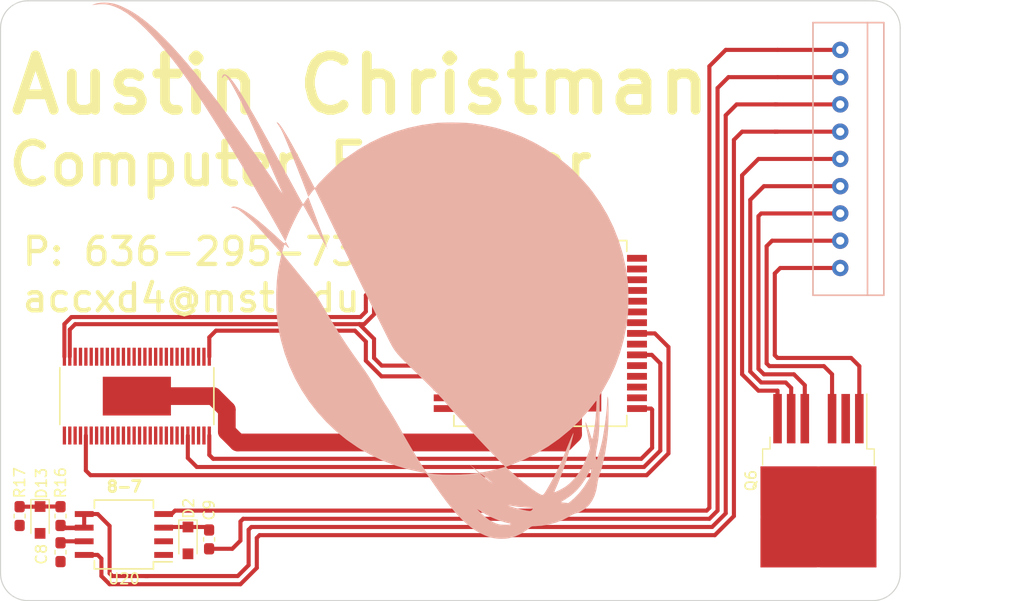
<source format=kicad_pcb>
(kicad_pcb (version 20171130) (host pcbnew "(5.1.2)-1")

  (general
    (thickness 1.6)
    (drawings 21)
    (tracks 157)
    (zones 0)
    (modules 12)
    (nets 2)
  )

  (page A4)
  (layers
    (0 F.Cu signal)
    (31 B.Cu signal)
    (32 B.Adhes user)
    (33 F.Adhes user)
    (34 B.Paste user)
    (35 F.Paste user)
    (36 B.SilkS user)
    (37 F.SilkS user)
    (38 B.Mask user)
    (39 F.Mask user)
    (40 Dwgs.User user)
    (41 Cmts.User user)
    (42 Eco1.User user)
    (43 Eco2.User user)
    (44 Edge.Cuts user)
    (45 Margin user)
    (46 B.CrtYd user)
    (47 F.CrtYd user)
    (48 B.Fab user hide)
    (49 F.Fab user hide)
  )

  (setup
    (last_trace_width 0.381)
    (user_trace_width 0.254)
    (user_trace_width 0.381)
    (user_trace_width 0.762)
    (user_trace_width 1.651)
    (user_trace_width 2.286)
    (user_trace_width 2.54)
    (user_trace_width 3.81)
    (user_trace_width 5.08)
    (trace_clearance 0.2)
    (zone_clearance 0.508)
    (zone_45_only no)
    (trace_min 0.2)
    (via_size 0.8)
    (via_drill 0.4)
    (via_min_size 0.4)
    (via_min_drill 0.3)
    (uvia_size 0.3)
    (uvia_drill 0.1)
    (uvias_allowed no)
    (uvia_min_size 0.2)
    (uvia_min_drill 0.1)
    (edge_width 0.1)
    (segment_width 0.2)
    (pcb_text_width 0.3)
    (pcb_text_size 1.5 1.5)
    (mod_edge_width 0.15)
    (mod_text_size 1 1)
    (mod_text_width 0.15)
    (pad_size 1 1)
    (pad_drill 0)
    (pad_to_mask_clearance 0)
    (aux_axis_origin 0 0)
    (visible_elements 7FFFFFFF)
    (pcbplotparams
      (layerselection 0x010fc_ffffffff)
      (usegerberextensions false)
      (usegerberattributes false)
      (usegerberadvancedattributes false)
      (creategerberjobfile false)
      (excludeedgelayer true)
      (linewidth 0.100000)
      (plotframeref false)
      (viasonmask false)
      (mode 1)
      (useauxorigin false)
      (hpglpennumber 1)
      (hpglpenspeed 20)
      (hpglpendiameter 15.000000)
      (psnegative false)
      (psa4output false)
      (plotreference true)
      (plotvalue true)
      (plotinvisibletext false)
      (padsonsilk false)
      (subtractmaskfromsilk false)
      (outputformat 1)
      (mirror false)
      (drillshape 0)
      (scaleselection 1)
      (outputdirectory "Gerbs/"))
  )

  (net 0 "")
  (net 1 GND)

  (net_class Default "This is the default net class."
    (clearance 0.2)
    (trace_width 0.381)
    (via_dia 0.8)
    (via_drill 0.4)
    (uvia_dia 0.3)
    (uvia_drill 0.1)
  )

  (module MRDT_ICs:MultiPowerSO_30 (layer F.Cu) (tedit 5AAED7C2) (tstamp 5D3B5CBF)
    (at 157.226 100.584)
    (fp_text reference REF** (at -5.9436 9.7536) (layer F.SilkS) hide
      (effects (font (size 1 1) (thickness 0.15)))
    )
    (fp_text value MultiPowerSO_30 (at 0.0254 -9.7282) (layer F.SilkS) hide
      (effects (font (size 1 1) (thickness 0.15)))
    )
    (fp_line (start 8.0518 -7.64927) (end 8.0518 -8.6487) (layer F.SilkS) (width 0.1524))
    (fp_line (start -8.0518 7.64927) (end -8.0518 8.6487) (layer F.SilkS) (width 0.1524))
    (fp_line (start -8.0518 -8.6487) (end -8.0518 8.6487) (layer Dwgs.User) (width 0.1524))
    (fp_line (start 8.0518 -8.6487) (end -8.0518 -8.6487) (layer Dwgs.User) (width 0.1524))
    (fp_line (start 8.0518 8.6487) (end 8.0518 -8.6487) (layer Dwgs.User) (width 0.1524))
    (fp_line (start -8.0518 8.6487) (end 8.0518 8.6487) (layer Dwgs.User) (width 0.1524))
    (fp_line (start -8.0518 -8.6487) (end -8.0518 -7.649268) (layer F.SilkS) (width 0.1524))
    (fp_line (start 8.0518 -8.6487) (end -8.0518 -8.6487) (layer F.SilkS) (width 0.1524))
    (fp_line (start 8.0518 8.6487) (end 8.0518 7.649268) (layer F.SilkS) (width 0.1524))
    (fp_line (start -8.0518 8.6487) (end 8.0518 8.6487) (layer F.SilkS) (width 0.1524))
    (fp_line (start 9.5758 -7.2921) (end 8.0518 -7.2921) (layer Dwgs.User) (width 0.1524))
    (fp_line (start 9.5758 -6.7079) (end 9.5758 -7.2921) (layer Dwgs.User) (width 0.1524))
    (fp_line (start 8.0518 -6.7079) (end 9.5758 -6.7079) (layer Dwgs.User) (width 0.1524))
    (fp_line (start 8.0518 -7.2921) (end 8.0518 -6.7079) (layer Dwgs.User) (width 0.1524))
    (fp_line (start 9.5758 -6.2921) (end 8.0518 -6.2921) (layer Dwgs.User) (width 0.1524))
    (fp_line (start 9.5758 -5.7079) (end 9.5758 -6.2921) (layer Dwgs.User) (width 0.1524))
    (fp_line (start 8.0518 -5.7079) (end 9.5758 -5.7079) (layer Dwgs.User) (width 0.1524))
    (fp_line (start 8.0518 -6.2921) (end 8.0518 -5.7079) (layer Dwgs.User) (width 0.1524))
    (fp_line (start 9.5758 -5.2921) (end 8.0518 -5.2921) (layer Dwgs.User) (width 0.1524))
    (fp_line (start 9.5758 -4.7079) (end 9.5758 -5.2921) (layer Dwgs.User) (width 0.1524))
    (fp_line (start 8.0518 -4.7079) (end 9.5758 -4.7079) (layer Dwgs.User) (width 0.1524))
    (fp_line (start 8.0518 -5.2921) (end 8.0518 -4.7079) (layer Dwgs.User) (width 0.1524))
    (fp_line (start 9.5758 -4.2921) (end 8.0518 -4.2921) (layer Dwgs.User) (width 0.1524))
    (fp_line (start 9.5758 -3.7079) (end 9.5758 -4.2921) (layer Dwgs.User) (width 0.1524))
    (fp_line (start 8.0518 -3.7079) (end 9.5758 -3.7079) (layer Dwgs.User) (width 0.1524))
    (fp_line (start 8.0518 -4.2921) (end 8.0518 -3.7079) (layer Dwgs.User) (width 0.1524))
    (fp_line (start 9.5758 -3.2921) (end 8.0518 -3.2921) (layer Dwgs.User) (width 0.1524))
    (fp_line (start 9.5758 -2.7079) (end 9.5758 -3.2921) (layer Dwgs.User) (width 0.1524))
    (fp_line (start 8.0518 -2.7079) (end 9.5758 -2.7079) (layer Dwgs.User) (width 0.1524))
    (fp_line (start 8.0518 -3.2921) (end 8.0518 -2.7079) (layer Dwgs.User) (width 0.1524))
    (fp_line (start 9.5758 -2.2921) (end 8.0518 -2.2921) (layer Dwgs.User) (width 0.1524))
    (fp_line (start 9.5758 -1.7079) (end 9.5758 -2.2921) (layer Dwgs.User) (width 0.1524))
    (fp_line (start 8.0518 -1.7079) (end 9.5758 -1.7079) (layer Dwgs.User) (width 0.1524))
    (fp_line (start 8.0518 -2.2921) (end 8.0518 -1.7079) (layer Dwgs.User) (width 0.1524))
    (fp_line (start 9.5758 -1.2921) (end 8.0518 -1.2921) (layer Dwgs.User) (width 0.1524))
    (fp_line (start 9.5758 -0.7079) (end 9.5758 -1.2921) (layer Dwgs.User) (width 0.1524))
    (fp_line (start 8.0518 -0.7079) (end 9.5758 -0.7079) (layer Dwgs.User) (width 0.1524))
    (fp_line (start 8.0518 -1.2921) (end 8.0518 -0.7079) (layer Dwgs.User) (width 0.1524))
    (fp_line (start 9.5758 -0.2921) (end 8.0518 -0.2921) (layer Dwgs.User) (width 0.1524))
    (fp_line (start 9.5758 0.2921) (end 9.5758 -0.2921) (layer Dwgs.User) (width 0.1524))
    (fp_line (start 8.0518 0.2921) (end 9.5758 0.2921) (layer Dwgs.User) (width 0.1524))
    (fp_line (start 8.0518 -0.2921) (end 8.0518 0.2921) (layer Dwgs.User) (width 0.1524))
    (fp_line (start 9.5758 0.7079) (end 8.0518 0.7079) (layer Dwgs.User) (width 0.1524))
    (fp_line (start 9.5758 1.2921) (end 9.5758 0.7079) (layer Dwgs.User) (width 0.1524))
    (fp_line (start 8.0518 1.2921) (end 9.5758 1.2921) (layer Dwgs.User) (width 0.1524))
    (fp_line (start 8.0518 0.7079) (end 8.0518 1.2921) (layer Dwgs.User) (width 0.1524))
    (fp_line (start 9.5758 1.7079) (end 8.0518 1.7079) (layer Dwgs.User) (width 0.1524))
    (fp_line (start 9.5758 2.2921) (end 9.5758 1.7079) (layer Dwgs.User) (width 0.1524))
    (fp_line (start 8.0518 2.2921) (end 9.5758 2.2921) (layer Dwgs.User) (width 0.1524))
    (fp_line (start 8.0518 1.7079) (end 8.0518 2.2921) (layer Dwgs.User) (width 0.1524))
    (fp_line (start 9.5758 2.7079) (end 8.0518 2.7079) (layer Dwgs.User) (width 0.1524))
    (fp_line (start 9.5758 3.2921) (end 9.5758 2.7079) (layer Dwgs.User) (width 0.1524))
    (fp_line (start 8.0518 3.2921) (end 9.5758 3.2921) (layer Dwgs.User) (width 0.1524))
    (fp_line (start 8.0518 2.7079) (end 8.0518 3.2921) (layer Dwgs.User) (width 0.1524))
    (fp_line (start 9.5758 3.7079) (end 8.0518 3.7079) (layer Dwgs.User) (width 0.1524))
    (fp_line (start 9.5758 4.2921) (end 9.5758 3.7079) (layer Dwgs.User) (width 0.1524))
    (fp_line (start 8.0518 4.2921) (end 9.5758 4.2921) (layer Dwgs.User) (width 0.1524))
    (fp_line (start 8.0518 3.7079) (end 8.0518 4.2921) (layer Dwgs.User) (width 0.1524))
    (fp_line (start 9.5758 4.7079) (end 8.0518 4.7079) (layer Dwgs.User) (width 0.1524))
    (fp_line (start 9.5758 5.2921) (end 9.5758 4.7079) (layer Dwgs.User) (width 0.1524))
    (fp_line (start 8.0518 5.2921) (end 9.5758 5.2921) (layer Dwgs.User) (width 0.1524))
    (fp_line (start 8.0518 4.7079) (end 8.0518 5.2921) (layer Dwgs.User) (width 0.1524))
    (fp_line (start 9.5758 5.7079) (end 8.0518 5.7079) (layer Dwgs.User) (width 0.1524))
    (fp_line (start 9.5758 6.2921) (end 9.5758 5.7079) (layer Dwgs.User) (width 0.1524))
    (fp_line (start 8.0518 6.2921) (end 9.5758 6.2921) (layer Dwgs.User) (width 0.1524))
    (fp_line (start 8.0518 5.7079) (end 8.0518 6.2921) (layer Dwgs.User) (width 0.1524))
    (fp_line (start 9.5758 6.7079) (end 8.0518 6.7079) (layer Dwgs.User) (width 0.1524))
    (fp_line (start 9.5758 7.2921) (end 9.5758 6.7079) (layer Dwgs.User) (width 0.1524))
    (fp_line (start 8.0518 7.2921) (end 9.5758 7.2921) (layer Dwgs.User) (width 0.1524))
    (fp_line (start 8.0518 6.7079) (end 8.0518 7.2921) (layer Dwgs.User) (width 0.1524))
    (fp_line (start -9.5758 7.2921) (end -8.0518 7.2921) (layer Dwgs.User) (width 0.1524))
    (fp_line (start -9.5758 6.7079) (end -9.5758 7.2921) (layer Dwgs.User) (width 0.1524))
    (fp_line (start -8.0518 6.7079) (end -9.5758 6.7079) (layer Dwgs.User) (width 0.1524))
    (fp_line (start -8.0518 7.2921) (end -8.0518 6.7079) (layer Dwgs.User) (width 0.1524))
    (fp_line (start -9.5758 6.2921) (end -8.0518 6.2921) (layer Dwgs.User) (width 0.1524))
    (fp_line (start -9.5758 5.7079) (end -9.5758 6.2921) (layer Dwgs.User) (width 0.1524))
    (fp_line (start -8.0518 5.7079) (end -9.5758 5.7079) (layer Dwgs.User) (width 0.1524))
    (fp_line (start -8.0518 6.2921) (end -8.0518 5.7079) (layer Dwgs.User) (width 0.1524))
    (fp_line (start -9.5758 5.2921) (end -8.0518 5.2921) (layer Dwgs.User) (width 0.1524))
    (fp_line (start -9.5758 4.7079) (end -9.5758 5.2921) (layer Dwgs.User) (width 0.1524))
    (fp_line (start -8.0518 4.7079) (end -9.5758 4.7079) (layer Dwgs.User) (width 0.1524))
    (fp_line (start -8.0518 5.2921) (end -8.0518 4.7079) (layer Dwgs.User) (width 0.1524))
    (fp_line (start -9.5758 4.2921) (end -8.0518 4.2921) (layer Dwgs.User) (width 0.1524))
    (fp_line (start -9.5758 3.7079) (end -9.5758 4.2921) (layer Dwgs.User) (width 0.1524))
    (fp_line (start -8.0518 3.7079) (end -9.5758 3.7079) (layer Dwgs.User) (width 0.1524))
    (fp_line (start -8.0518 4.2921) (end -8.0518 3.7079) (layer Dwgs.User) (width 0.1524))
    (fp_line (start -9.5758 3.2921) (end -8.0518 3.2921) (layer Dwgs.User) (width 0.1524))
    (fp_line (start -9.5758 2.7079) (end -9.5758 3.2921) (layer Dwgs.User) (width 0.1524))
    (fp_line (start -8.0518 2.7079) (end -9.5758 2.7079) (layer Dwgs.User) (width 0.1524))
    (fp_line (start -8.0518 3.2921) (end -8.0518 2.7079) (layer Dwgs.User) (width 0.1524))
    (fp_line (start -9.5758 2.2921) (end -8.0518 2.2921) (layer Dwgs.User) (width 0.1524))
    (fp_line (start -9.5758 1.7079) (end -9.5758 2.2921) (layer Dwgs.User) (width 0.1524))
    (fp_line (start -8.0518 1.7079) (end -9.5758 1.7079) (layer Dwgs.User) (width 0.1524))
    (fp_line (start -8.0518 2.2921) (end -8.0518 1.7079) (layer Dwgs.User) (width 0.1524))
    (fp_line (start -9.5758 1.2921) (end -8.0518 1.2921) (layer Dwgs.User) (width 0.1524))
    (fp_line (start -9.5758 0.7079) (end -9.5758 1.2921) (layer Dwgs.User) (width 0.1524))
    (fp_line (start -8.0518 0.7079) (end -9.5758 0.7079) (layer Dwgs.User) (width 0.1524))
    (fp_line (start -8.0518 1.2921) (end -8.0518 0.7079) (layer Dwgs.User) (width 0.1524))
    (fp_line (start -9.5758 0.2921) (end -8.0518 0.2921) (layer Dwgs.User) (width 0.1524))
    (fp_line (start -9.5758 -0.2921) (end -9.5758 0.2921) (layer Dwgs.User) (width 0.1524))
    (fp_line (start -8.0518 -0.2921) (end -9.5758 -0.2921) (layer Dwgs.User) (width 0.1524))
    (fp_line (start -8.0518 0.2921) (end -8.0518 -0.2921) (layer Dwgs.User) (width 0.1524))
    (fp_line (start -9.5758 -0.7079) (end -8.0518 -0.7079) (layer Dwgs.User) (width 0.1524))
    (fp_line (start -9.5758 -1.2921) (end -9.5758 -0.7079) (layer Dwgs.User) (width 0.1524))
    (fp_line (start -8.0518 -1.2921) (end -9.5758 -1.2921) (layer Dwgs.User) (width 0.1524))
    (fp_line (start -8.0518 -0.7079) (end -8.0518 -1.2921) (layer Dwgs.User) (width 0.1524))
    (fp_line (start -9.5758 -1.7079) (end -8.0518 -1.7079) (layer Dwgs.User) (width 0.1524))
    (fp_line (start -9.5758 -2.2921) (end -9.5758 -1.7079) (layer Dwgs.User) (width 0.1524))
    (fp_line (start -8.0518 -2.2921) (end -9.5758 -2.2921) (layer Dwgs.User) (width 0.1524))
    (fp_line (start -8.0518 -1.7079) (end -8.0518 -2.2921) (layer Dwgs.User) (width 0.1524))
    (fp_line (start -9.5758 -2.7079) (end -8.0518 -2.7079) (layer Dwgs.User) (width 0.1524))
    (fp_line (start -9.5758 -3.2921) (end -9.5758 -2.7079) (layer Dwgs.User) (width 0.1524))
    (fp_line (start -8.0518 -3.2921) (end -9.5758 -3.2921) (layer Dwgs.User) (width 0.1524))
    (fp_line (start -8.0518 -2.7079) (end -8.0518 -3.2921) (layer Dwgs.User) (width 0.1524))
    (fp_line (start -9.5758 -3.7079) (end -8.0518 -3.7079) (layer Dwgs.User) (width 0.1524))
    (fp_line (start -9.5758 -4.2921) (end -9.5758 -3.7079) (layer Dwgs.User) (width 0.1524))
    (fp_line (start -8.0518 -4.2921) (end -9.5758 -4.2921) (layer Dwgs.User) (width 0.1524))
    (fp_line (start -8.0518 -3.7079) (end -8.0518 -4.2921) (layer Dwgs.User) (width 0.1524))
    (fp_line (start -9.5758 -4.7079) (end -8.0518 -4.7079) (layer Dwgs.User) (width 0.1524))
    (fp_line (start -9.5758 -5.2921) (end -9.5758 -4.7079) (layer Dwgs.User) (width 0.1524))
    (fp_line (start -8.0518 -5.2921) (end -9.5758 -5.2921) (layer Dwgs.User) (width 0.1524))
    (fp_line (start -8.0518 -4.7079) (end -8.0518 -5.2921) (layer Dwgs.User) (width 0.1524))
    (fp_line (start -9.5758 -5.7079) (end -8.0518 -5.7079) (layer Dwgs.User) (width 0.1524))
    (fp_line (start -9.5758 -6.2921) (end -9.5758 -5.7079) (layer Dwgs.User) (width 0.1524))
    (fp_line (start -8.0518 -6.2921) (end -9.5758 -6.2921) (layer Dwgs.User) (width 0.1524))
    (fp_line (start -8.0518 -5.7079) (end -8.0518 -6.2921) (layer Dwgs.User) (width 0.1524))
    (fp_line (start -9.5758 -6.7079) (end -8.0518 -6.7079) (layer Dwgs.User) (width 0.1524))
    (fp_line (start -9.5758 -7.2921) (end -9.5758 -6.7079) (layer Dwgs.User) (width 0.1524))
    (fp_line (start -8.0518 -7.2921) (end -9.5758 -7.2921) (layer Dwgs.User) (width 0.1524))
    (fp_line (start -8.0518 -6.7079) (end -8.0518 -7.2921) (layer Dwgs.User) (width 0.1524))
    (fp_text user "Copyright 2016 Accelerated Designs. All rights reserved." (at 0 0) (layer Cmts.User)
      (effects (font (size 0.127 0.127) (thickness 0.002)))
    )
    (fp_arc (start 0 -8.636) (end 0.6604 -8.636) (angle 90) (layer F.SilkS) (width 0.15))
    (fp_arc (start 0 -8.636) (end 0 -7.9756) (angle 90) (layer F.SilkS) (width 0.15))
    (pad 33 smd rect (at 3.048 4.1656) (size 5.2578 6.223) (layers F.Cu F.Paste F.Mask))
    (pad 32 smd rect (at -3.048 0) (size 5.2578 10.3124) (layers F.Cu F.Paste F.Mask))
    (pad 31 smd rect (at 3.048 -4.1656) (size 5.2578 6.223) (layers F.Cu F.Paste F.Mask))
    (pad 30 smd rect (at 9.0043 -7.000001) (size 1.8542 0.635) (layers F.Cu F.Paste F.Mask))
    (pad 29 smd rect (at 9.0043 -6.000001) (size 1.8542 0.635) (layers F.Cu F.Paste F.Mask))
    (pad 28 smd rect (at 9.0043 -5) (size 1.8542 0.635) (layers F.Cu F.Paste F.Mask))
    (pad 27 smd rect (at 9.0043 -4) (size 1.8542 0.635) (layers F.Cu F.Paste F.Mask))
    (pad 26 smd rect (at 9.0043 -2.999999) (size 1.8542 0.635) (layers F.Cu F.Paste F.Mask))
    (pad 25 smd rect (at 9.0043 -2.000001) (size 1.8542 0.635) (layers F.Cu F.Paste F.Mask))
    (pad 24 smd rect (at 9.0043 -1.000001) (size 1.8542 0.635) (layers F.Cu F.Paste F.Mask))
    (pad 23 smd rect (at 9.0043 0) (size 1.8542 0.635) (layers F.Cu F.Paste F.Mask))
    (pad 22 smd rect (at 9.0043 1.000001) (size 1.8542 0.635) (layers F.Cu F.Paste F.Mask))
    (pad 21 smd rect (at 9.0043 2.000001) (size 1.8542 0.635) (layers F.Cu F.Paste F.Mask))
    (pad 20 smd rect (at 9.0043 2.999999) (size 1.8542 0.635) (layers F.Cu F.Paste F.Mask))
    (pad 19 smd rect (at 9.0043 4) (size 1.8542 0.635) (layers F.Cu F.Paste F.Mask))
    (pad 18 smd rect (at 9.0043 5) (size 1.8542 0.635) (layers F.Cu F.Paste F.Mask))
    (pad 17 smd rect (at 9.0043 6.000001) (size 1.8542 0.635) (layers F.Cu F.Paste F.Mask))
    (pad 16 smd rect (at 9.0043 6.999999) (size 1.8542 0.635) (layers F.Cu F.Paste F.Mask))
    (pad 15 smd rect (at -9.0043 7.000001) (size 1.8542 0.635) (layers F.Cu F.Paste F.Mask))
    (pad 14 smd rect (at -9.0043 6.000001) (size 1.8542 0.635) (layers F.Cu F.Paste F.Mask))
    (pad 13 smd rect (at -9.0043 5) (size 1.8542 0.635) (layers F.Cu F.Paste F.Mask))
    (pad 12 smd rect (at -9.0043 4) (size 1.8542 0.635) (layers F.Cu F.Paste F.Mask))
    (pad 11 smd rect (at -9.0043 2.999999) (size 1.8542 0.635) (layers F.Cu F.Paste F.Mask))
    (pad 10 smd rect (at -9.0043 2.000001) (size 1.8542 0.635) (layers F.Cu F.Paste F.Mask))
    (pad 9 smd rect (at -9.0043 1.000001) (size 1.8542 0.635) (layers F.Cu F.Paste F.Mask))
    (pad 8 smd rect (at -9.0043 0) (size 1.8542 0.635) (layers F.Cu F.Paste F.Mask))
    (pad 7 smd rect (at -9.0043 -1.000001) (size 1.8542 0.635) (layers F.Cu F.Paste F.Mask))
    (pad 6 smd rect (at -9.0043 -2.000001) (size 1.8542 0.635) (layers F.Cu F.Paste F.Mask))
    (pad 5 smd rect (at -9.0043 -2.999999) (size 1.8542 0.635) (layers F.Cu F.Paste F.Mask))
    (pad 4 smd rect (at -9.0043 -4) (size 1.8542 0.635) (layers F.Cu F.Paste F.Mask))
    (pad 3 smd rect (at -9.0043 -5) (size 1.8542 0.635) (layers F.Cu F.Paste F.Mask))
    (pad 2 smd rect (at -9.0043 -6.000001) (size 1.8542 0.635) (layers F.Cu F.Paste F.Mask))
    (pad 1 smd rect (at -9.0043 -6.999999) (size 1.8542 0.635) (layers F.Cu F.Paste F.Mask))
  )

  (module MRDT_ICs:DRV8301 (layer F.Cu) (tedit 5AA891F4) (tstamp 5D3B5326)
    (at 119.634 106.426 90)
    (fp_text reference REF** (at 0.6096 7.9756 90) (layer F.SilkS) hide
      (effects (font (size 1 1) (thickness 0.15)))
    )
    (fp_text value DCA56_6P35X3P61 (at 0 -8.89 90) (layer F.SilkS) hide
      (effects (font (size 1 1) (thickness 0.15)))
    )
    (fp_circle (center 1.1811 2.7559) (end 1.3716 2.7559) (layer Eco1.User) (width 0.1524))
    (fp_circle (center 1.1811 1.9685) (end 1.3716 1.9685) (layer Eco1.User) (width 0.1524))
    (fp_circle (center 1.1811 1.1811) (end 1.3716 1.1811) (layer Eco1.User) (width 0.1524))
    (fp_circle (center 1.1811 0.3937) (end 1.3716 0.3937) (layer Eco1.User) (width 0.1524))
    (fp_circle (center 1.1811 -0.3937) (end 1.3716 -0.3937) (layer Eco1.User) (width 0.1524))
    (fp_circle (center 1.1811 -1.1811) (end 1.3716 -1.1811) (layer Eco1.User) (width 0.1524))
    (fp_circle (center 1.1811 -1.9685) (end 1.3716 -1.9685) (layer Eco1.User) (width 0.1524))
    (fp_circle (center 1.1811 -2.7559) (end 1.3716 -2.7559) (layer Eco1.User) (width 0.1524))
    (fp_circle (center 0.3937 2.7559) (end 0.5842 2.7559) (layer Eco1.User) (width 0.1524))
    (fp_circle (center 0.3937 1.9685) (end 0.5842 1.9685) (layer Eco1.User) (width 0.1524))
    (fp_circle (center 0.3937 1.1811) (end 0.5842 1.1811) (layer Eco1.User) (width 0.1524))
    (fp_circle (center 0.3937 0.3937) (end 0.5842 0.3937) (layer Eco1.User) (width 0.1524))
    (fp_circle (center 0.3937 -0.3937) (end 0.5842 -0.3937) (layer Eco1.User) (width 0.1524))
    (fp_circle (center 0.3937 -1.1811) (end 0.5842 -1.1811) (layer Eco1.User) (width 0.1524))
    (fp_circle (center 0.3937 -1.9685) (end 0.5842 -1.9685) (layer Eco1.User) (width 0.1524))
    (fp_circle (center 0.3937 -2.7559) (end 0.5842 -2.7559) (layer Eco1.User) (width 0.1524))
    (fp_circle (center -0.3937 2.7559) (end -0.2032 2.7559) (layer Eco1.User) (width 0.1524))
    (fp_circle (center -0.3937 1.9685) (end -0.2032 1.9685) (layer Eco1.User) (width 0.1524))
    (fp_circle (center -0.3937 1.1811) (end -0.2032 1.1811) (layer Eco1.User) (width 0.1524))
    (fp_circle (center -0.3937 0.3937) (end -0.2032 0.3937) (layer Eco1.User) (width 0.1524))
    (fp_circle (center -0.3937 -0.3937) (end -0.2032 -0.3937) (layer Eco1.User) (width 0.1524))
    (fp_circle (center -0.3937 -1.1811) (end -0.2032 -1.1811) (layer Eco1.User) (width 0.1524))
    (fp_circle (center -0.3937 -1.9685) (end -0.2032 -1.9685) (layer Eco1.User) (width 0.1524))
    (fp_circle (center -0.3937 -2.7559) (end -0.2032 -2.7559) (layer Eco1.User) (width 0.1524))
    (fp_circle (center -1.1811 2.7559) (end -0.9906 2.7559) (layer Eco1.User) (width 0.1524))
    (fp_circle (center -1.1811 1.9685) (end -0.9906 1.9685) (layer Eco1.User) (width 0.1524))
    (fp_circle (center -1.1811 1.1811) (end -0.9906 1.1811) (layer Eco1.User) (width 0.1524))
    (fp_circle (center -1.1811 0.3937) (end -0.9906 0.3937) (layer Eco1.User) (width 0.1524))
    (fp_circle (center -1.1811 -0.3937) (end -0.9906 -0.3937) (layer Eco1.User) (width 0.1524))
    (fp_circle (center -1.1811 -1.1811) (end -0.9906 -1.1811) (layer Eco1.User) (width 0.1524))
    (fp_circle (center -1.1811 -1.9685) (end -0.9906 -1.9685) (layer Eco1.User) (width 0.1524))
    (fp_circle (center -1.1811 -2.7559) (end -0.9906 -2.7559) (layer Eco1.User) (width 0.1524))
    (fp_arc (start 0 -7.0485) (end 0.3048 -7.0485) (angle 180) (layer Dwgs.User) (width 0.1524))
    (fp_line (start -3.0988 -7.0485) (end -3.0988 7.0485) (layer Dwgs.User) (width 0.1524))
    (fp_line (start 3.0988 -7.0485) (end -3.0988 -7.0485) (layer Dwgs.User) (width 0.1524))
    (fp_line (start 3.0988 7.0485) (end 3.0988 -7.0485) (layer Dwgs.User) (width 0.1524))
    (fp_line (start -3.0988 7.0485) (end 3.0988 7.0485) (layer Dwgs.User) (width 0.1524))
    (fp_line (start 2.642034 -7.1755) (end -2.642034 -7.1755) (layer F.SilkS) (width 0.1524))
    (fp_line (start -2.642034 7.1755) (end 2.642034 7.1755) (layer F.SilkS) (width 0.1524))
    (fp_line (start 4.1529 -6.902386) (end 3.0988 -6.902386) (layer Dwgs.User) (width 0.1524))
    (fp_line (start 4.1529 -6.597586) (end 4.1529 -6.902386) (layer Dwgs.User) (width 0.1524))
    (fp_line (start 3.0988 -6.597586) (end 4.1529 -6.597586) (layer Dwgs.User) (width 0.1524))
    (fp_line (start 3.0988 -6.902386) (end 3.0988 -6.597586) (layer Dwgs.User) (width 0.1524))
    (fp_line (start 4.1529 -6.402387) (end 3.0988 -6.402387) (layer Dwgs.User) (width 0.1524))
    (fp_line (start 4.1529 -6.097587) (end 4.1529 -6.402387) (layer Dwgs.User) (width 0.1524))
    (fp_line (start 3.0988 -6.097587) (end 4.1529 -6.097587) (layer Dwgs.User) (width 0.1524))
    (fp_line (start 3.0988 -6.402387) (end 3.0988 -6.097587) (layer Dwgs.User) (width 0.1524))
    (fp_line (start 4.1529 -5.902388) (end 3.0988 -5.902388) (layer Dwgs.User) (width 0.1524))
    (fp_line (start 4.1529 -5.597588) (end 4.1529 -5.902388) (layer Dwgs.User) (width 0.1524))
    (fp_line (start 3.0988 -5.597588) (end 4.1529 -5.597588) (layer Dwgs.User) (width 0.1524))
    (fp_line (start 3.0988 -5.902388) (end 3.0988 -5.597588) (layer Dwgs.User) (width 0.1524))
    (fp_line (start 4.1529 -5.402389) (end 3.0988 -5.402389) (layer Dwgs.User) (width 0.1524))
    (fp_line (start 4.1529 -5.097589) (end 4.1529 -5.402389) (layer Dwgs.User) (width 0.1524))
    (fp_line (start 3.0988 -5.097589) (end 4.1529 -5.097589) (layer Dwgs.User) (width 0.1524))
    (fp_line (start 3.0988 -5.402389) (end 3.0988 -5.097589) (layer Dwgs.User) (width 0.1524))
    (fp_line (start 4.1529 -4.90239) (end 3.0988 -4.90239) (layer Dwgs.User) (width 0.1524))
    (fp_line (start 4.1529 -4.59759) (end 4.1529 -4.90239) (layer Dwgs.User) (width 0.1524))
    (fp_line (start 3.0988 -4.59759) (end 4.1529 -4.59759) (layer Dwgs.User) (width 0.1524))
    (fp_line (start 3.0988 -4.90239) (end 3.0988 -4.59759) (layer Dwgs.User) (width 0.1524))
    (fp_line (start 4.1529 -4.402391) (end 3.0988 -4.402391) (layer Dwgs.User) (width 0.1524))
    (fp_line (start 4.1529 -4.097591) (end 4.1529 -4.402391) (layer Dwgs.User) (width 0.1524))
    (fp_line (start 3.0988 -4.097591) (end 4.1529 -4.097591) (layer Dwgs.User) (width 0.1524))
    (fp_line (start 3.0988 -4.402391) (end 3.0988 -4.097591) (layer Dwgs.User) (width 0.1524))
    (fp_line (start 4.1529 -3.902392) (end 3.0988 -3.902392) (layer Dwgs.User) (width 0.1524))
    (fp_line (start 4.1529 -3.597592) (end 4.1529 -3.902392) (layer Dwgs.User) (width 0.1524))
    (fp_line (start 3.0988 -3.597592) (end 4.1529 -3.597592) (layer Dwgs.User) (width 0.1524))
    (fp_line (start 3.0988 -3.902392) (end 3.0988 -3.597592) (layer Dwgs.User) (width 0.1524))
    (fp_line (start 4.1529 -3.402393) (end 3.0988 -3.402393) (layer Dwgs.User) (width 0.1524))
    (fp_line (start 4.1529 -3.097593) (end 4.1529 -3.402393) (layer Dwgs.User) (width 0.1524))
    (fp_line (start 3.0988 -3.097593) (end 4.1529 -3.097593) (layer Dwgs.User) (width 0.1524))
    (fp_line (start 3.0988 -3.402393) (end 3.0988 -3.097593) (layer Dwgs.User) (width 0.1524))
    (fp_line (start 4.1529 -2.902394) (end 3.0988 -2.902394) (layer Dwgs.User) (width 0.1524))
    (fp_line (start 4.1529 -2.597594) (end 4.1529 -2.902394) (layer Dwgs.User) (width 0.1524))
    (fp_line (start 3.0988 -2.597594) (end 4.1529 -2.597594) (layer Dwgs.User) (width 0.1524))
    (fp_line (start 3.0988 -2.902394) (end 3.0988 -2.597594) (layer Dwgs.User) (width 0.1524))
    (fp_line (start 4.1529 -2.402395) (end 3.0988 -2.402395) (layer Dwgs.User) (width 0.1524))
    (fp_line (start 4.1529 -2.097595) (end 4.1529 -2.402395) (layer Dwgs.User) (width 0.1524))
    (fp_line (start 3.0988 -2.097595) (end 4.1529 -2.097595) (layer Dwgs.User) (width 0.1524))
    (fp_line (start 3.0988 -2.402395) (end 3.0988 -2.097595) (layer Dwgs.User) (width 0.1524))
    (fp_line (start 4.1529 -1.902396) (end 3.0988 -1.902396) (layer Dwgs.User) (width 0.1524))
    (fp_line (start 4.1529 -1.597596) (end 4.1529 -1.902396) (layer Dwgs.User) (width 0.1524))
    (fp_line (start 3.0988 -1.597596) (end 4.1529 -1.597596) (layer Dwgs.User) (width 0.1524))
    (fp_line (start 3.0988 -1.902396) (end 3.0988 -1.597596) (layer Dwgs.User) (width 0.1524))
    (fp_line (start 4.1529 -1.402397) (end 3.0988 -1.402397) (layer Dwgs.User) (width 0.1524))
    (fp_line (start 4.1529 -1.097597) (end 4.1529 -1.402397) (layer Dwgs.User) (width 0.1524))
    (fp_line (start 3.0988 -1.097597) (end 4.1529 -1.097597) (layer Dwgs.User) (width 0.1524))
    (fp_line (start 3.0988 -1.402397) (end 3.0988 -1.097597) (layer Dwgs.User) (width 0.1524))
    (fp_line (start 4.1529 -0.902398) (end 3.0988 -0.902398) (layer Dwgs.User) (width 0.1524))
    (fp_line (start 4.1529 -0.597598) (end 4.1529 -0.902398) (layer Dwgs.User) (width 0.1524))
    (fp_line (start 3.0988 -0.597598) (end 4.1529 -0.597598) (layer Dwgs.User) (width 0.1524))
    (fp_line (start 3.0988 -0.902398) (end 3.0988 -0.597598) (layer Dwgs.User) (width 0.1524))
    (fp_line (start 4.1529 -0.402399) (end 3.0988 -0.402399) (layer Dwgs.User) (width 0.1524))
    (fp_line (start 4.1529 -0.097599) (end 4.1529 -0.402399) (layer Dwgs.User) (width 0.1524))
    (fp_line (start 3.0988 -0.097599) (end 4.1529 -0.097599) (layer Dwgs.User) (width 0.1524))
    (fp_line (start 3.0988 -0.402399) (end 3.0988 -0.097599) (layer Dwgs.User) (width 0.1524))
    (fp_line (start 4.1529 0.0976) (end 3.0988 0.0976) (layer Dwgs.User) (width 0.1524))
    (fp_line (start 4.1529 0.4024) (end 4.1529 0.0976) (layer Dwgs.User) (width 0.1524))
    (fp_line (start 3.0988 0.4024) (end 4.1529 0.4024) (layer Dwgs.User) (width 0.1524))
    (fp_line (start 3.0988 0.0976) (end 3.0988 0.4024) (layer Dwgs.User) (width 0.1524))
    (fp_line (start 4.1529 0.597599) (end 3.0988 0.597599) (layer Dwgs.User) (width 0.1524))
    (fp_line (start 4.1529 0.902399) (end 4.1529 0.597599) (layer Dwgs.User) (width 0.1524))
    (fp_line (start 3.0988 0.902399) (end 4.1529 0.902399) (layer Dwgs.User) (width 0.1524))
    (fp_line (start 3.0988 0.597599) (end 3.0988 0.902399) (layer Dwgs.User) (width 0.1524))
    (fp_line (start 4.1529 1.097598) (end 3.0988 1.097598) (layer Dwgs.User) (width 0.1524))
    (fp_line (start 4.1529 1.402398) (end 4.1529 1.097598) (layer Dwgs.User) (width 0.1524))
    (fp_line (start 3.0988 1.402398) (end 4.1529 1.402398) (layer Dwgs.User) (width 0.1524))
    (fp_line (start 3.0988 1.097598) (end 3.0988 1.402398) (layer Dwgs.User) (width 0.1524))
    (fp_line (start 4.1529 1.597597) (end 3.0988 1.597597) (layer Dwgs.User) (width 0.1524))
    (fp_line (start 4.1529 1.902397) (end 4.1529 1.597597) (layer Dwgs.User) (width 0.1524))
    (fp_line (start 3.0988 1.902397) (end 4.1529 1.902397) (layer Dwgs.User) (width 0.1524))
    (fp_line (start 3.0988 1.597597) (end 3.0988 1.902397) (layer Dwgs.User) (width 0.1524))
    (fp_line (start 4.1529 2.097596) (end 3.0988 2.097596) (layer Dwgs.User) (width 0.1524))
    (fp_line (start 4.1529 2.402396) (end 4.1529 2.097596) (layer Dwgs.User) (width 0.1524))
    (fp_line (start 3.0988 2.402396) (end 4.1529 2.402396) (layer Dwgs.User) (width 0.1524))
    (fp_line (start 3.0988 2.097596) (end 3.0988 2.402396) (layer Dwgs.User) (width 0.1524))
    (fp_line (start 4.1529 2.597595) (end 3.0988 2.597595) (layer Dwgs.User) (width 0.1524))
    (fp_line (start 4.1529 2.902395) (end 4.1529 2.597595) (layer Dwgs.User) (width 0.1524))
    (fp_line (start 3.0988 2.902395) (end 4.1529 2.902395) (layer Dwgs.User) (width 0.1524))
    (fp_line (start 3.0988 2.597595) (end 3.0988 2.902395) (layer Dwgs.User) (width 0.1524))
    (fp_line (start 4.1529 3.097594) (end 3.0988 3.097594) (layer Dwgs.User) (width 0.1524))
    (fp_line (start 4.1529 3.402394) (end 4.1529 3.097594) (layer Dwgs.User) (width 0.1524))
    (fp_line (start 3.0988 3.402394) (end 4.1529 3.402394) (layer Dwgs.User) (width 0.1524))
    (fp_line (start 3.0988 3.097594) (end 3.0988 3.402394) (layer Dwgs.User) (width 0.1524))
    (fp_line (start 4.1529 3.597593) (end 3.0988 3.597593) (layer Dwgs.User) (width 0.1524))
    (fp_line (start 4.1529 3.902393) (end 4.1529 3.597593) (layer Dwgs.User) (width 0.1524))
    (fp_line (start 3.0988 3.902393) (end 4.1529 3.902393) (layer Dwgs.User) (width 0.1524))
    (fp_line (start 3.0988 3.597593) (end 3.0988 3.902393) (layer Dwgs.User) (width 0.1524))
    (fp_line (start 4.1529 4.097592) (end 3.0988 4.097592) (layer Dwgs.User) (width 0.1524))
    (fp_line (start 4.1529 4.402392) (end 4.1529 4.097592) (layer Dwgs.User) (width 0.1524))
    (fp_line (start 3.0988 4.402392) (end 4.1529 4.402392) (layer Dwgs.User) (width 0.1524))
    (fp_line (start 3.0988 4.097592) (end 3.0988 4.402392) (layer Dwgs.User) (width 0.1524))
    (fp_line (start 4.1529 4.59759) (end 3.0988 4.59759) (layer Dwgs.User) (width 0.1524))
    (fp_line (start 4.1529 4.90239) (end 4.1529 4.59759) (layer Dwgs.User) (width 0.1524))
    (fp_line (start 3.0988 4.90239) (end 4.1529 4.90239) (layer Dwgs.User) (width 0.1524))
    (fp_line (start 3.0988 4.59759) (end 3.0988 4.90239) (layer Dwgs.User) (width 0.1524))
    (fp_line (start 4.1529 5.097589) (end 3.0988 5.097589) (layer Dwgs.User) (width 0.1524))
    (fp_line (start 4.1529 5.402389) (end 4.1529 5.097589) (layer Dwgs.User) (width 0.1524))
    (fp_line (start 3.0988 5.402389) (end 4.1529 5.402389) (layer Dwgs.User) (width 0.1524))
    (fp_line (start 3.0988 5.097589) (end 3.0988 5.402389) (layer Dwgs.User) (width 0.1524))
    (fp_line (start 4.1529 5.597588) (end 3.0988 5.597588) (layer Dwgs.User) (width 0.1524))
    (fp_line (start 4.1529 5.902388) (end 4.1529 5.597588) (layer Dwgs.User) (width 0.1524))
    (fp_line (start 3.0988 5.902388) (end 4.1529 5.902388) (layer Dwgs.User) (width 0.1524))
    (fp_line (start 3.0988 5.597588) (end 3.0988 5.902388) (layer Dwgs.User) (width 0.1524))
    (fp_line (start 4.1529 6.097587) (end 3.0988 6.097587) (layer Dwgs.User) (width 0.1524))
    (fp_line (start 4.1529 6.402387) (end 4.1529 6.097587) (layer Dwgs.User) (width 0.1524))
    (fp_line (start 3.0988 6.402387) (end 4.1529 6.402387) (layer Dwgs.User) (width 0.1524))
    (fp_line (start 3.0988 6.097587) (end 3.0988 6.402387) (layer Dwgs.User) (width 0.1524))
    (fp_line (start 4.1529 6.597586) (end 3.0988 6.597586) (layer Dwgs.User) (width 0.1524))
    (fp_line (start 4.1529 6.902386) (end 4.1529 6.597586) (layer Dwgs.User) (width 0.1524))
    (fp_line (start 3.0988 6.902386) (end 4.1529 6.902386) (layer Dwgs.User) (width 0.1524))
    (fp_line (start 3.0988 6.597586) (end 3.0988 6.902386) (layer Dwgs.User) (width 0.1524))
    (fp_line (start -4.1529 6.902386) (end -3.0988 6.902386) (layer Dwgs.User) (width 0.1524))
    (fp_line (start -4.1529 6.597586) (end -4.1529 6.902386) (layer Dwgs.User) (width 0.1524))
    (fp_line (start -3.0988 6.597586) (end -4.1529 6.597586) (layer Dwgs.User) (width 0.1524))
    (fp_line (start -3.0988 6.902386) (end -3.0988 6.597586) (layer Dwgs.User) (width 0.1524))
    (fp_line (start -4.1529 6.402387) (end -3.0988 6.402387) (layer Dwgs.User) (width 0.1524))
    (fp_line (start -4.1529 6.097587) (end -4.1529 6.402387) (layer Dwgs.User) (width 0.1524))
    (fp_line (start -3.0988 6.097587) (end -4.1529 6.097587) (layer Dwgs.User) (width 0.1524))
    (fp_line (start -3.0988 6.402387) (end -3.0988 6.097587) (layer Dwgs.User) (width 0.1524))
    (fp_line (start -4.1529 5.902388) (end -3.0988 5.902388) (layer Dwgs.User) (width 0.1524))
    (fp_line (start -4.1529 5.597588) (end -4.1529 5.902388) (layer Dwgs.User) (width 0.1524))
    (fp_line (start -3.0988 5.597588) (end -4.1529 5.597588) (layer Dwgs.User) (width 0.1524))
    (fp_line (start -3.0988 5.902388) (end -3.0988 5.597588) (layer Dwgs.User) (width 0.1524))
    (fp_line (start -4.1529 5.402389) (end -3.0988 5.402389) (layer Dwgs.User) (width 0.1524))
    (fp_line (start -4.1529 5.097589) (end -4.1529 5.402389) (layer Dwgs.User) (width 0.1524))
    (fp_line (start -3.0988 5.097589) (end -4.1529 5.097589) (layer Dwgs.User) (width 0.1524))
    (fp_line (start -3.0988 5.402389) (end -3.0988 5.097589) (layer Dwgs.User) (width 0.1524))
    (fp_line (start -4.1529 4.90239) (end -3.0988 4.90239) (layer Dwgs.User) (width 0.1524))
    (fp_line (start -4.1529 4.59759) (end -4.1529 4.90239) (layer Dwgs.User) (width 0.1524))
    (fp_line (start -3.0988 4.59759) (end -4.1529 4.59759) (layer Dwgs.User) (width 0.1524))
    (fp_line (start -3.0988 4.90239) (end -3.0988 4.59759) (layer Dwgs.User) (width 0.1524))
    (fp_line (start -4.1529 4.402391) (end -3.0988 4.402391) (layer Dwgs.User) (width 0.1524))
    (fp_line (start -4.1529 4.097591) (end -4.1529 4.402391) (layer Dwgs.User) (width 0.1524))
    (fp_line (start -3.0988 4.097591) (end -4.1529 4.097591) (layer Dwgs.User) (width 0.1524))
    (fp_line (start -3.0988 4.402391) (end -3.0988 4.097591) (layer Dwgs.User) (width 0.1524))
    (fp_line (start -4.1529 3.902392) (end -3.0988 3.902392) (layer Dwgs.User) (width 0.1524))
    (fp_line (start -4.1529 3.597592) (end -4.1529 3.902392) (layer Dwgs.User) (width 0.1524))
    (fp_line (start -3.0988 3.597592) (end -4.1529 3.597592) (layer Dwgs.User) (width 0.1524))
    (fp_line (start -3.0988 3.902392) (end -3.0988 3.597592) (layer Dwgs.User) (width 0.1524))
    (fp_line (start -4.1529 3.402393) (end -3.0988 3.402393) (layer Dwgs.User) (width 0.1524))
    (fp_line (start -4.1529 3.097593) (end -4.1529 3.402393) (layer Dwgs.User) (width 0.1524))
    (fp_line (start -3.0988 3.097593) (end -4.1529 3.097593) (layer Dwgs.User) (width 0.1524))
    (fp_line (start -3.0988 3.402393) (end -3.0988 3.097593) (layer Dwgs.User) (width 0.1524))
    (fp_line (start -4.1529 2.902394) (end -3.0988 2.902394) (layer Dwgs.User) (width 0.1524))
    (fp_line (start -4.1529 2.597594) (end -4.1529 2.902394) (layer Dwgs.User) (width 0.1524))
    (fp_line (start -3.0988 2.597594) (end -4.1529 2.597594) (layer Dwgs.User) (width 0.1524))
    (fp_line (start -3.0988 2.902394) (end -3.0988 2.597594) (layer Dwgs.User) (width 0.1524))
    (fp_line (start -4.1529 2.402395) (end -3.0988 2.402395) (layer Dwgs.User) (width 0.1524))
    (fp_line (start -4.1529 2.097595) (end -4.1529 2.402395) (layer Dwgs.User) (width 0.1524))
    (fp_line (start -3.0988 2.097595) (end -4.1529 2.097595) (layer Dwgs.User) (width 0.1524))
    (fp_line (start -3.0988 2.402395) (end -3.0988 2.097595) (layer Dwgs.User) (width 0.1524))
    (fp_line (start -4.1529 1.902396) (end -3.0988 1.902396) (layer Dwgs.User) (width 0.1524))
    (fp_line (start -4.1529 1.597596) (end -4.1529 1.902396) (layer Dwgs.User) (width 0.1524))
    (fp_line (start -3.0988 1.597596) (end -4.1529 1.597596) (layer Dwgs.User) (width 0.1524))
    (fp_line (start -3.0988 1.902396) (end -3.0988 1.597596) (layer Dwgs.User) (width 0.1524))
    (fp_line (start -4.1529 1.402397) (end -3.0988 1.402397) (layer Dwgs.User) (width 0.1524))
    (fp_line (start -4.1529 1.097597) (end -4.1529 1.402397) (layer Dwgs.User) (width 0.1524))
    (fp_line (start -3.0988 1.097597) (end -4.1529 1.097597) (layer Dwgs.User) (width 0.1524))
    (fp_line (start -3.0988 1.402397) (end -3.0988 1.097597) (layer Dwgs.User) (width 0.1524))
    (fp_line (start -4.1529 0.902398) (end -3.0988 0.902398) (layer Dwgs.User) (width 0.1524))
    (fp_line (start -4.1529 0.597598) (end -4.1529 0.902398) (layer Dwgs.User) (width 0.1524))
    (fp_line (start -3.0988 0.597598) (end -4.1529 0.597598) (layer Dwgs.User) (width 0.1524))
    (fp_line (start -3.0988 0.902398) (end -3.0988 0.597598) (layer Dwgs.User) (width 0.1524))
    (fp_line (start -4.1529 0.402399) (end -3.0988 0.402399) (layer Dwgs.User) (width 0.1524))
    (fp_line (start -4.1529 0.097599) (end -4.1529 0.402399) (layer Dwgs.User) (width 0.1524))
    (fp_line (start -3.0988 0.097599) (end -4.1529 0.097599) (layer Dwgs.User) (width 0.1524))
    (fp_line (start -3.0988 0.402399) (end -3.0988 0.097599) (layer Dwgs.User) (width 0.1524))
    (fp_line (start -4.1529 -0.0976) (end -3.0988 -0.0976) (layer Dwgs.User) (width 0.1524))
    (fp_line (start -4.1529 -0.4024) (end -4.1529 -0.0976) (layer Dwgs.User) (width 0.1524))
    (fp_line (start -3.0988 -0.4024) (end -4.1529 -0.4024) (layer Dwgs.User) (width 0.1524))
    (fp_line (start -3.0988 -0.0976) (end -3.0988 -0.4024) (layer Dwgs.User) (width 0.1524))
    (fp_line (start -4.1529 -0.597599) (end -3.0988 -0.597599) (layer Dwgs.User) (width 0.1524))
    (fp_line (start -4.1529 -0.902399) (end -4.1529 -0.597599) (layer Dwgs.User) (width 0.1524))
    (fp_line (start -3.0988 -0.902399) (end -4.1529 -0.902399) (layer Dwgs.User) (width 0.1524))
    (fp_line (start -3.0988 -0.597599) (end -3.0988 -0.902399) (layer Dwgs.User) (width 0.1524))
    (fp_line (start -4.1529 -1.097598) (end -3.0988 -1.097598) (layer Dwgs.User) (width 0.1524))
    (fp_line (start -4.1529 -1.402398) (end -4.1529 -1.097598) (layer Dwgs.User) (width 0.1524))
    (fp_line (start -3.0988 -1.402398) (end -4.1529 -1.402398) (layer Dwgs.User) (width 0.1524))
    (fp_line (start -3.0988 -1.097598) (end -3.0988 -1.402398) (layer Dwgs.User) (width 0.1524))
    (fp_line (start -4.1529 -1.597597) (end -3.0988 -1.597597) (layer Dwgs.User) (width 0.1524))
    (fp_line (start -4.1529 -1.902397) (end -4.1529 -1.597597) (layer Dwgs.User) (width 0.1524))
    (fp_line (start -3.0988 -1.902397) (end -4.1529 -1.902397) (layer Dwgs.User) (width 0.1524))
    (fp_line (start -3.0988 -1.597597) (end -3.0988 -1.902397) (layer Dwgs.User) (width 0.1524))
    (fp_line (start -4.1529 -2.097596) (end -3.0988 -2.097596) (layer Dwgs.User) (width 0.1524))
    (fp_line (start -4.1529 -2.402396) (end -4.1529 -2.097596) (layer Dwgs.User) (width 0.1524))
    (fp_line (start -3.0988 -2.402396) (end -4.1529 -2.402396) (layer Dwgs.User) (width 0.1524))
    (fp_line (start -3.0988 -2.097596) (end -3.0988 -2.402396) (layer Dwgs.User) (width 0.1524))
    (fp_line (start -4.1529 -2.597595) (end -3.0988 -2.597595) (layer Dwgs.User) (width 0.1524))
    (fp_line (start -4.1529 -2.902395) (end -4.1529 -2.597595) (layer Dwgs.User) (width 0.1524))
    (fp_line (start -3.0988 -2.902395) (end -4.1529 -2.902395) (layer Dwgs.User) (width 0.1524))
    (fp_line (start -3.0988 -2.597595) (end -3.0988 -2.902395) (layer Dwgs.User) (width 0.1524))
    (fp_line (start -4.1529 -3.097594) (end -3.0988 -3.097594) (layer Dwgs.User) (width 0.1524))
    (fp_line (start -4.1529 -3.402394) (end -4.1529 -3.097594) (layer Dwgs.User) (width 0.1524))
    (fp_line (start -3.0988 -3.402394) (end -4.1529 -3.402394) (layer Dwgs.User) (width 0.1524))
    (fp_line (start -3.0988 -3.097594) (end -3.0988 -3.402394) (layer Dwgs.User) (width 0.1524))
    (fp_line (start -4.1529 -3.597593) (end -3.0988 -3.597593) (layer Dwgs.User) (width 0.1524))
    (fp_line (start -4.1529 -3.902393) (end -4.1529 -3.597593) (layer Dwgs.User) (width 0.1524))
    (fp_line (start -3.0988 -3.902393) (end -4.1529 -3.902393) (layer Dwgs.User) (width 0.1524))
    (fp_line (start -3.0988 -3.597593) (end -3.0988 -3.902393) (layer Dwgs.User) (width 0.1524))
    (fp_line (start -4.1529 -4.097592) (end -3.0988 -4.097592) (layer Dwgs.User) (width 0.1524))
    (fp_line (start -4.1529 -4.402392) (end -4.1529 -4.097592) (layer Dwgs.User) (width 0.1524))
    (fp_line (start -3.0988 -4.402392) (end -4.1529 -4.402392) (layer Dwgs.User) (width 0.1524))
    (fp_line (start -3.0988 -4.097592) (end -3.0988 -4.402392) (layer Dwgs.User) (width 0.1524))
    (fp_line (start -4.1529 -4.597591) (end -3.0988 -4.597591) (layer Dwgs.User) (width 0.1524))
    (fp_line (start -4.1529 -4.902391) (end -4.1529 -4.597591) (layer Dwgs.User) (width 0.1524))
    (fp_line (start -3.0988 -4.902391) (end -4.1529 -4.902391) (layer Dwgs.User) (width 0.1524))
    (fp_line (start -3.0988 -4.597591) (end -3.0988 -4.902391) (layer Dwgs.User) (width 0.1524))
    (fp_line (start -4.1529 -5.09759) (end -3.0988 -5.09759) (layer Dwgs.User) (width 0.1524))
    (fp_line (start -4.1529 -5.40239) (end -4.1529 -5.09759) (layer Dwgs.User) (width 0.1524))
    (fp_line (start -3.0988 -5.40239) (end -4.1529 -5.40239) (layer Dwgs.User) (width 0.1524))
    (fp_line (start -3.0988 -5.09759) (end -3.0988 -5.40239) (layer Dwgs.User) (width 0.1524))
    (fp_line (start -4.1529 -5.597589) (end -3.0988 -5.597589) (layer Dwgs.User) (width 0.1524))
    (fp_line (start -4.1529 -5.902389) (end -4.1529 -5.597589) (layer Dwgs.User) (width 0.1524))
    (fp_line (start -3.0988 -5.902389) (end -4.1529 -5.902389) (layer Dwgs.User) (width 0.1524))
    (fp_line (start -3.0988 -5.597589) (end -3.0988 -5.902389) (layer Dwgs.User) (width 0.1524))
    (fp_line (start -4.1529 -6.097587) (end -3.0988 -6.097587) (layer Dwgs.User) (width 0.1524))
    (fp_line (start -4.1529 -6.402388) (end -4.1529 -6.097587) (layer Dwgs.User) (width 0.1524))
    (fp_line (start -3.0988 -6.402388) (end -4.1529 -6.402388) (layer Dwgs.User) (width 0.1524))
    (fp_line (start -3.0988 -6.097587) (end -3.0988 -6.402388) (layer Dwgs.User) (width 0.1524))
    (fp_line (start -4.1529 -6.597586) (end -3.0988 -6.597586) (layer Dwgs.User) (width 0.1524))
    (fp_line (start -4.1529 -6.902386) (end -4.1529 -6.597586) (layer Dwgs.User) (width 0.1524))
    (fp_line (start -3.0988 -6.902386) (end -4.1529 -6.902386) (layer Dwgs.User) (width 0.1524))
    (fp_line (start -3.0988 -6.597586) (end -3.0988 -6.902386) (layer Dwgs.User) (width 0.1524))
    (fp_text user "Copyright 2016 Accelerated Designs. All rights reserved." (at 0 0 90) (layer Cmts.User)
      (effects (font (size 0.127 0.127) (thickness 0.002)))
    )
    (pad 57 smd rect (at 0 0 90) (size 3.61 6.35) (layers F.Cu F.Paste F.Mask))
    (pad 56 smd rect (at 3.6703 -6.749986 90) (size 1.6764 0.3048) (layers F.Cu F.Paste F.Mask))
    (pad 55 smd rect (at 3.6703 -6.249988 90) (size 1.6764 0.3048) (layers F.Cu F.Paste F.Mask))
    (pad 54 smd rect (at 3.6703 -5.749988 90) (size 1.6764 0.3048) (layers F.Cu F.Paste F.Mask))
    (pad 53 smd rect (at 3.6703 -5.24999 90) (size 1.6764 0.3048) (layers F.Cu F.Paste F.Mask))
    (pad 52 smd rect (at 3.6703 -4.74999 90) (size 1.6764 0.3048) (layers F.Cu F.Paste F.Mask))
    (pad 51 smd rect (at 3.6703 -4.249991 90) (size 1.6764 0.3048) (layers F.Cu F.Paste F.Mask))
    (pad 50 smd rect (at 3.6703 -3.749992 90) (size 1.6764 0.3048) (layers F.Cu F.Paste F.Mask))
    (pad 49 smd rect (at 3.6703 -3.249994 90) (size 1.6764 0.3048) (layers F.Cu F.Paste F.Mask))
    (pad 48 smd rect (at 3.6703 -2.749994 90) (size 1.6764 0.3048) (layers F.Cu F.Paste F.Mask))
    (pad 47 smd rect (at 3.6703 -2.249996 90) (size 1.6764 0.3048) (layers F.Cu F.Paste F.Mask))
    (pad 46 smd rect (at 3.6703 -1.749996 90) (size 1.6764 0.3048) (layers F.Cu F.Paste F.Mask))
    (pad 45 smd rect (at 3.6703 -1.249997 90) (size 1.6764 0.3048) (layers F.Cu F.Paste F.Mask))
    (pad 44 smd rect (at 3.6703 -0.749998 90) (size 1.6764 0.3048) (layers F.Cu F.Paste F.Mask))
    (pad 43 smd rect (at 3.6703 -0.25 90) (size 1.6764 0.3048) (layers F.Cu F.Paste F.Mask))
    (pad 42 smd rect (at 3.6703 0.25 90) (size 1.6764 0.3048) (layers F.Cu F.Paste F.Mask))
    (pad 41 smd rect (at 3.6703 0.749998 90) (size 1.6764 0.3048) (layers F.Cu F.Paste F.Mask))
    (pad 40 smd rect (at 3.6703 1.249997 90) (size 1.6764 0.3048) (layers F.Cu F.Paste F.Mask))
    (pad 39 smd rect (at 3.6703 1.749996 90) (size 1.6764 0.3048) (layers F.Cu F.Paste F.Mask))
    (pad 38 smd rect (at 3.6703 2.249996 90) (size 1.6764 0.3048) (layers F.Cu F.Paste F.Mask))
    (pad 37 smd rect (at 3.6703 2.749994 90) (size 1.6764 0.3048) (layers F.Cu F.Paste F.Mask))
    (pad 36 smd rect (at 3.6703 3.249994 90) (size 1.6764 0.3048) (layers F.Cu F.Paste F.Mask))
    (pad 35 smd rect (at 3.6703 3.749992 90) (size 1.6764 0.3048) (layers F.Cu F.Paste F.Mask))
    (pad 34 smd rect (at 3.6703 4.249991 90) (size 1.6764 0.3048) (layers F.Cu F.Paste F.Mask))
    (pad 33 smd rect (at 3.6703 4.74999 90) (size 1.6764 0.3048) (layers F.Cu F.Paste F.Mask))
    (pad 32 smd rect (at 3.6703 5.24999 90) (size 1.6764 0.3048) (layers F.Cu F.Paste F.Mask))
    (pad 31 smd rect (at 3.6703 5.749988 90) (size 1.6764 0.3048) (layers F.Cu F.Paste F.Mask))
    (pad 30 smd rect (at 3.6703 6.249988 90) (size 1.6764 0.3048) (layers F.Cu F.Paste F.Mask))
    (pad 29 smd rect (at 3.6703 6.749986 90) (size 1.6764 0.3048) (layers F.Cu F.Paste F.Mask))
    (pad 28 smd rect (at -3.6703 6.749986 90) (size 1.6764 0.3048) (layers F.Cu F.Paste F.Mask))
    (pad 27 smd rect (at -3.6703 6.249988 90) (size 1.6764 0.3048) (layers F.Cu F.Paste F.Mask))
    (pad 26 smd rect (at -3.6703 5.749988 90) (size 1.6764 0.3048) (layers F.Cu F.Paste F.Mask))
    (pad 25 smd rect (at -3.6703 5.24999 90) (size 1.6764 0.3048) (layers F.Cu F.Paste F.Mask))
    (pad 24 smd rect (at -3.6703 4.74999 90) (size 1.6764 0.3048) (layers F.Cu F.Paste F.Mask))
    (pad 23 smd rect (at -3.6703 4.249991 90) (size 1.6764 0.3048) (layers F.Cu F.Paste F.Mask))
    (pad 22 smd rect (at -3.6703 3.749992 90) (size 1.6764 0.3048) (layers F.Cu F.Paste F.Mask))
    (pad 21 smd rect (at -3.6703 3.249994 90) (size 1.6764 0.3048) (layers F.Cu F.Paste F.Mask))
    (pad 20 smd rect (at -3.6703 2.749994 90) (size 1.6764 0.3048) (layers F.Cu F.Paste F.Mask))
    (pad 19 smd rect (at -3.6703 2.249996 90) (size 1.6764 0.3048) (layers F.Cu F.Paste F.Mask))
    (pad 18 smd rect (at -3.6703 1.749996 90) (size 1.6764 0.3048) (layers F.Cu F.Paste F.Mask))
    (pad 17 smd rect (at -3.6703 1.249997 90) (size 1.6764 0.3048) (layers F.Cu F.Paste F.Mask))
    (pad 16 smd rect (at -3.6703 0.749998 90) (size 1.6764 0.3048) (layers F.Cu F.Paste F.Mask))
    (pad 15 smd rect (at -3.6703 0.25 90) (size 1.6764 0.3048) (layers F.Cu F.Paste F.Mask))
    (pad 14 smd rect (at -3.6703 -0.25 90) (size 1.6764 0.3048) (layers F.Cu F.Paste F.Mask))
    (pad 13 smd rect (at -3.6703 -0.749998 90) (size 1.6764 0.3048) (layers F.Cu F.Paste F.Mask))
    (pad 12 smd rect (at -3.6703 -1.249997 90) (size 1.6764 0.3048) (layers F.Cu F.Paste F.Mask))
    (pad 11 smd rect (at -3.6703 -1.749996 90) (size 1.6764 0.3048) (layers F.Cu F.Paste F.Mask))
    (pad 10 smd rect (at -3.6703 -2.249996 90) (size 1.6764 0.3048) (layers F.Cu F.Paste F.Mask))
    (pad 9 smd rect (at -3.6703 -2.749994 90) (size 1.6764 0.3048) (layers F.Cu F.Paste F.Mask))
    (pad 8 smd rect (at -3.6703 -3.249994 90) (size 1.6764 0.3048) (layers F.Cu F.Paste F.Mask))
    (pad 7 smd rect (at -3.6703 -3.749992 90) (size 1.6764 0.3048) (layers F.Cu F.Paste F.Mask))
    (pad 6 smd rect (at -3.6703 -4.249991 90) (size 1.6764 0.3048) (layers F.Cu F.Paste F.Mask))
    (pad 5 smd rect (at -3.6703 -4.74999 90) (size 1.6764 0.3048) (layers F.Cu F.Paste F.Mask))
    (pad 4 smd rect (at -3.6703 -5.24999 90) (size 1.6764 0.3048) (layers F.Cu F.Paste F.Mask))
    (pad 3 smd rect (at -3.6703 -5.749988 90) (size 1.6764 0.3048) (layers F.Cu F.Paste F.Mask))
    (pad 2 smd rect (at -3.6703 -6.249988 90) (size 1.6764 0.3048) (layers F.Cu F.Paste F.Mask))
    (pad 1 smd rect (at -3.6703 -6.749986 90) (size 1.6764 0.3048) (layers F.Cu F.Paste F.Mask))
  )

  (module MRDT_Silkscreens:0_MRDT_Logo_50mm (layer B.Cu) (tedit 5AA4CB21) (tstamp 5D3ABA14)
    (at 140.462 94.742 180)
    (tags "Logo, MRDT")
    (fp_text reference G*** (at -8.5852 -26.7716) (layer F.SilkS) hide
      (effects (font (size 1.524 1.524) (thickness 0.3)))
    )
    (fp_text value LOGO (at -8.6614 18.9738) (layer F.SilkS) hide
      (effects (font (size 1.524 1.524) (thickness 0.3)))
    )
    (fp_poly (pts (xy 24.17749 24.967473) (xy 24.504768 24.92027) (xy 24.771236 24.842802) (xy 24.811881 24.825202)
      (xy 24.975 24.749613) (xy 24.825 24.774986) (xy 24.302943 24.833536) (xy 23.813955 24.829637)
      (xy 23.380248 24.763533) (xy 23.36234 24.759087) (xy 22.856937 24.592882) (xy 22.330273 24.34383)
      (xy 21.780552 24.010468) (xy 21.205977 23.591335) (xy 20.604751 23.084968) (xy 19.975079 22.489905)
      (xy 19.315163 21.804683) (xy 18.623207 21.02784) (xy 18.278404 20.621077) (xy 17.958962 20.235274)
      (xy 17.653782 19.859058) (xy 17.358082 19.485516) (xy 17.067079 19.107735) (xy 16.775991 18.718801)
      (xy 16.480035 18.311803) (xy 16.17443 17.879825) (xy 15.854392 17.415956) (xy 15.515139 16.913282)
      (xy 15.151889 16.364889) (xy 14.759859 15.763865) (xy 14.334268 15.103297) (xy 13.870332 14.376271)
      (xy 13.36327 13.575873) (xy 12.93715 12.9) (xy 11.965427 11.333026) (xy 11.030806 9.7796)
      (xy 10.148311 8.264797) (xy 9.926211 7.875) (xy 9.725492 7.522825) (xy 9.492952 7.117774)
      (xy 9.247735 6.69301) (xy 9.008985 6.281696) (xy 8.7995 5.923219) (xy 8.59085 5.565548)
      (xy 8.361973 5.169449) (xy 8.130532 4.765738) (xy 7.914192 4.385234) (xy 7.730619 4.058754)
      (xy 7.724746 4.048219) (xy 7.566427 3.764659) (xy 7.416235 3.496552) (xy 7.284162 3.261669)
      (xy 7.180201 3.077778) (xy 7.114344 2.962649) (xy 7.112271 2.959085) (xy 6.986494 2.743169)
      (xy 6.792385 3.259085) (xy 6.690575 3.514239) (xy 6.564 3.807281) (xy 6.41901 4.125754)
      (xy 6.261953 4.4572) (xy 6.099181 4.789161) (xy 5.937044 5.10918) (xy 5.781891 5.404799)
      (xy 5.640072 5.663561) (xy 5.517937 5.873009) (xy 5.421837 6.020684) (xy 5.358122 6.09413)
      (xy 5.344279 6.1) (xy 5.310683 6.058198) (xy 5.238564 5.942279) (xy 5.136243 5.766481)
      (xy 5.012037 5.545038) (xy 4.898679 5.3375) (xy 4.71564 4.999868) (xy 4.519366 4.640129)
      (xy 4.315834 4.269028) (xy 4.111023 3.897309) (xy 3.910908 3.535719) (xy 3.721468 3.195001)
      (xy 3.548681 2.8859) (xy 3.398524 2.619162) (xy 3.276974 2.405531) (xy 3.190009 2.255752)
      (xy 3.143607 2.18057) (xy 3.139338 2.175) (xy 3.13587 2.196949) (xy 3.162448 2.295528)
      (xy 3.214018 2.453731) (xy 3.265595 2.6) (xy 3.390854 2.94417) (xy 3.530089 3.323839)
      (xy 3.679322 3.728407) (xy 3.834572 4.147275) (xy 3.991861 4.569841) (xy 4.147207 4.985507)
      (xy 4.296632 5.383672) (xy 4.436156 5.753736) (xy 4.561799 6.0851) (xy 4.669581 6.367162)
      (xy 4.755522 6.589324) (xy 4.815643 6.740985) (xy 4.845963 6.811545) (xy 4.848108 6.814999)
      (xy 4.890281 6.795447) (xy 4.969381 6.707922) (xy 5.070261 6.569822) (xy 5.098371 6.527499)
      (xy 5.202663 6.373359) (xy 5.287667 6.258622) (xy 5.338172 6.203533) (xy 5.343372 6.20143)
      (xy 5.37503 6.243995) (xy 5.446199 6.362437) (xy 5.549765 6.54417) (xy 5.678611 6.77661)
      (xy 5.825619 7.047169) (xy 5.9 7.185859) (xy 6.075163 7.511996) (xy 6.28488 7.899513)
      (xy 6.515003 8.32245) (xy 6.751386 8.754847) (xy 6.979881 9.170745) (xy 7.118576 9.42193)
      (xy 7.319906 9.786287) (xy 7.556404 10.215313) (xy 7.815357 10.685885) (xy 8.084055 11.17488)
      (xy 8.349785 11.659173) (xy 8.599835 12.115641) (xy 8.687009 12.275) (xy 9.092158 13.010081)
      (xy 9.490109 13.720661) (xy 9.876551 14.399509) (xy 10.247174 15.039393) (xy 10.597667 15.633081)
      (xy 10.923718 16.17334) (xy 11.221018 16.65294) (xy 11.485255 17.064649) (xy 11.712118 17.401233)
      (xy 11.883474 17.637483) (xy 12.1235 17.926904) (xy 12.337571 18.134994) (xy 12.522138 18.259773)
      (xy 12.673655 18.299258) (xy 12.788573 18.25147) (xy 12.841974 18.172648) (xy 12.891473 18.039086)
      (xy 12.899991 17.960563) (xy 12.871821 17.950077) (xy 12.811255 18.020627) (xy 12.798475 18.040909)
      (xy 12.701991 18.1581) (xy 12.612349 18.190853) (xy 12.611162 18.190641) (xy 12.517195 18.130663)
      (xy 12.387054 17.980892) (xy 12.222319 17.744134) (xy 12.024572 17.423196) (xy 11.795394 17.020882)
      (xy 11.536367 16.54) (xy 11.249071 15.983355) (xy 10.935088 15.353752) (xy 10.595999 14.653999)
      (xy 10.474985 14.4) (xy 10.355808 14.146051) (xy 10.210345 13.831489) (xy 10.042259 13.464543)
      (xy 9.855208 13.053441) (xy 9.652852 12.606413) (xy 9.438853 12.131687) (xy 9.216869 11.637493)
      (xy 8.990561 11.132059) (xy 8.763589 10.623614) (xy 8.539613 10.120387) (xy 8.322293 9.630606)
      (xy 8.115289 9.162501) (xy 7.922262 8.7243) (xy 7.74687 8.324233) (xy 7.592776 7.970527)
      (xy 7.463637 7.671413) (xy 7.363115 7.435119) (xy 7.29487 7.269873) (xy 7.262561 7.183904)
      (xy 7.260668 7.173319) (xy 7.291279 7.209097) (xy 7.369667 7.316909) (xy 7.488079 7.485626)
      (xy 7.63876 7.704119) (xy 7.813955 7.961257) (xy 7.95 8.162707) (xy 8.176787 8.497631)
      (xy 8.445282 8.890624) (xy 8.748631 9.331892) (xy 9.079982 9.811645) (xy 9.432481 10.320091)
      (xy 9.799275 10.84744) (xy 10.17351 11.383899) (xy 10.548334 11.919677) (xy 10.916892 12.444983)
      (xy 11.272331 12.950025) (xy 11.607798 13.425012) (xy 11.916441 13.860153) (xy 12.191405 14.245656)
      (xy 12.425836 14.57173) (xy 12.612883 14.828583) (xy 12.665652 14.9) (xy 13.578378 16.113663)
      (xy 14.448805 17.239585) (xy 15.27882 18.279734) (xy 16.070311 19.236079) (xy 16.825164 20.110588)
      (xy 17.545267 20.905227) (xy 18.232507 21.621966) (xy 18.888771 22.262771) (xy 19.515947 22.829611)
      (xy 20.115922 23.324454) (xy 20.690583 23.749267) (xy 21.241818 24.106018) (xy 21.771513 24.396676)
      (xy 21.775 24.398408) (xy 22.169843 24.586848) (xy 22.505898 24.728309) (xy 22.807781 24.83098)
      (xy 23.100107 24.903054) (xy 23.407492 24.952722) (xy 23.460302 24.959206) (xy 23.819351 24.981441)
      (xy 24.17749 24.967473)) (layer B.SilkS) (width 0.01))
    (fp_poly (pts (xy 3.1 2.075) (xy 3.075 2.05) (xy 3.05 2.075) (xy 3.075 2.1)
      (xy 3.1 2.075)) (layer B.SilkS) (width 0.01))
    (fp_poly (pts (xy 7.790976 13.820251) (xy 7.764792 13.759986) (xy 7.679641 13.631787) (xy 7.630789 13.562616)
      (xy 7.5394 13.427718) (xy 7.449859 13.27965) (xy 7.356546 13.106571) (xy 7.253843 12.896641)
      (xy 7.136132 12.638019) (xy 6.997792 12.318864) (xy 6.833206 11.927335) (xy 6.686679 11.573038)
      (xy 6.562062 11.267116) (xy 6.408367 10.884758) (xy 6.232257 10.442922) (xy 6.040396 9.958567)
      (xy 5.839447 9.448649) (xy 5.636073 8.930128) (xy 5.436939 8.419963) (xy 5.248707 7.93511)
      (xy 5.078041 7.492529) (xy 4.931604 7.109178) (xy 4.902467 7.032266) (xy 4.848494 6.889531)
      (xy 4.568041 7.27356) (xy 4.444042 7.434115) (xy 4.339337 7.552649) (xy 4.268412 7.613636)
      (xy 4.248236 7.616295) (xy 4.220256 7.565248) (xy 4.152626 7.431687) (xy 4.04906 7.223207)
      (xy 3.913276 6.9474) (xy 3.748986 6.611862) (xy 3.559908 6.224186) (xy 3.349755 5.791966)
      (xy 3.122242 5.322797) (xy 2.881086 4.824272) (xy 2.784849 4.625) (xy 2.230786 3.477883)
      (xy 1.716649 2.41486) (xy 1.239401 1.429726) (xy 0.796007 0.516275) (xy 0.383432 -0.331701)
      (xy -0.00136 -1.120408) (xy -0.361405 -1.856052) (xy -0.699737 -2.54484) (xy -1.019392 -3.192978)
      (xy -1.323407 -3.806673) (xy -1.614815 -4.392131) (xy -1.896654 -4.955558) (xy -2.057083 -5.275)
      (xy -2.274517 -5.70989) (xy -2.460186 -6.083745) (xy -2.620695 -6.405148) (xy -2.762645 -6.682684)
      (xy -2.892642 -6.924938) (xy -3.017287 -7.140492) (xy -3.143185 -7.337932) (xy -3.276939 -7.525843)
      (xy -3.425151 -7.712807) (xy -3.594426 -7.90741) (xy -3.791367 -8.118236) (xy -4.022576 -8.35387)
      (xy -4.294658 -8.622894) (xy -4.614216 -8.933895) (xy -4.987853 -9.295455) (xy -5.422172 -9.71616)
      (xy -5.625 -9.913269) (xy -5.990847 -10.271245) (xy -6.348771 -10.625215) (xy -6.689431 -10.965687)
      (xy -7.00349 -11.283166) (xy -7.281608 -11.568158) (xy -7.514446 -11.811171) (xy -7.692664 -12.002711)
      (xy -7.796404 -12.120556) (xy -8.078539 -12.452288) (xy -8.42066 -12.844544) (xy -8.812761 -13.286428)
      (xy -9.244834 -13.767041) (xy -9.706875 -14.275486) (xy -10.188878 -14.800864) (xy -10.680835 -15.332277)
      (xy -11.172742 -15.858829) (xy -11.654593 -16.36962) (xy -12.11638 -16.853753) (xy -12.5481 -17.300331)
      (xy -12.618742 -17.372713) (xy -12.857666 -17.617835) (xy -13.070996 -17.838033) (xy -13.249513 -18.023679)
      (xy -13.383996 -18.165148) (xy -13.465226 -18.252813) (xy -13.48562 -18.277803) (xy -13.424164 -18.299699)
      (xy -13.284921 -18.339759) (xy -13.087389 -18.393013) (xy -12.85107 -18.454491) (xy -12.595462 -18.519221)
      (xy -12.340065 -18.582234) (xy -12.104379 -18.638559) (xy -11.907903 -18.683224) (xy -11.831997 -18.699319)
      (xy -11.510879 -18.759869) (xy -11.277509 -18.791758) (xy -11.124006 -18.795572) (xy -11.04249 -18.771895)
      (xy -11.030419 -18.758767) (xy -10.982649 -18.711636) (xy -10.874559 -18.617968) (xy -10.72429 -18.493222)
      (xy -10.614968 -18.404704) (xy -10.225 -18.091874) (xy -10.619592 -18.464042) (xy -11.014183 -18.83621)
      (xy -10.844592 -18.866561) (xy -10.543996 -18.910039) (xy -10.183711 -18.945258) (xy -9.777388 -18.972318)
      (xy -9.338679 -18.991319) (xy -8.881234 -19.00236) (xy -8.418704 -19.005543) (xy -7.964742 -19.000965)
      (xy -7.532998 -18.988729) (xy -7.137123 -18.968933) (xy -6.790769 -18.941677) (xy -6.507586 -18.907062)
      (xy -6.301227 -18.865186) (xy -6.211813 -18.832648) (xy -6.15464 -18.773656) (xy -6.053448 -18.636558)
      (xy -5.913629 -18.430186) (xy -5.740576 -18.163374) (xy -5.539679 -17.844957) (xy -5.316332 -17.483766)
      (xy -5.075927 -17.088635) (xy -4.823855 -16.668399) (xy -4.565508 -16.231889) (xy -4.306279 -15.787941)
      (xy -4.05156 -15.345386) (xy -3.806742 -14.913059) (xy -3.673917 -14.675) (xy -3.463146 -14.301407)
      (xy -3.236778 -13.911364) (xy -3.008007 -13.526842) (xy -2.790032 -13.169813) (xy -2.596049 -12.862249)
      (xy -2.472717 -12.675) (xy -2.288191 -12.393244) (xy -2.073894 -12.050924) (xy -1.846694 -11.675931)
      (xy -1.623462 -11.296156) (xy -1.42107 -10.939491) (xy -1.400821 -10.902896) (xy -1.152336 -10.463901)
      (xy -0.907986 -10.058165) (xy -0.650194 -9.658415) (xy -0.361384 -9.237376) (xy -0.031374 -8.777896)
      (xy 0.675316 -7.79052) (xy 1.343116 -6.814997) (xy 1.987551 -5.827268) (xy 2.624145 -4.803274)
      (xy 3.268424 -3.718956) (xy 3.567809 -3.2) (xy 3.747456 -2.891298) (xy 3.910933 -2.624833)
      (xy 4.072973 -2.379723) (xy 4.248312 -2.135088) (xy 4.451686 -1.870048) (xy 4.697828 -1.563725)
      (xy 4.873352 -1.35) (xy 5.115598 -1.056153) (xy 5.356558 -0.763051) (xy 5.582567 -0.487373)
      (xy 5.779963 -0.2458) (xy 5.935083 -0.055011) (xy 5.999652 0.025) (xy 6.155048 0.216429)
      (xy 6.351796 0.455796) (xy 6.566523 0.71481) (xy 6.775854 0.965184) (xy 6.810464 1.006326)
      (xy 6.980903 1.212704) (xy 7.125527 1.395409) (xy 7.233036 1.539567) (xy 7.292135 1.630301)
      (xy 7.3 1.650936) (xy 7.28666 1.72602) (xy 7.252336 1.862475) (xy 7.205568 2.030912)
      (xy 7.154895 2.201942) (xy 7.108859 2.346176) (xy 7.075999 2.434224) (xy 7.068701 2.446882)
      (xy 7.025044 2.426636) (xy 6.931228 2.352334) (xy 6.814879 2.246882) (xy 6.69949 2.1429)
      (xy 6.645473 2.108446) (xy 6.655946 2.145453) (xy 6.658701 2.15) (xy 6.728606 2.27155)
      (xy 6.814605 2.431191) (xy 6.848535 2.496803) (xy 6.916767 2.625058) (xy 6.958615 2.67486)
      (xy 6.991564 2.657618) (xy 7.020269 2.60884) (xy 7.047179 2.56793) (xy 7.081165 2.553911)
      (xy 7.13508 2.574819) (xy 7.221776 2.63869) (xy 7.354107 2.753562) (xy 7.544925 2.927471)
      (xy 7.577006 2.956957) (xy 8.142923 3.472909) (xy 8.647083 3.922887) (xy 9.096936 4.313105)
      (xy 9.49993 4.649774) (xy 9.863513 4.939106) (xy 10.195134 5.187315) (xy 10.502241 5.400612)
      (xy 10.525 5.415709) (xy 10.932046 5.667751) (xy 11.280355 5.847166) (xy 11.568194 5.95334)
      (xy 11.793832 5.985657) (xy 11.955536 5.943504) (xy 11.975 5.930085) (xy 12.028376 5.883333)
      (xy 12.018439 5.860501) (xy 11.930707 5.852689) (xy 11.847289 5.851591) (xy 11.624378 5.81853)
      (xy 11.403209 5.712733) (xy 11.39336 5.706538) (xy 11.218233 5.5828) (xy 10.991413 5.403878)
      (xy 10.731328 5.185883) (xy 10.456406 4.944924) (xy 10.185078 4.697112) (xy 9.93577 4.458558)
      (xy 9.75 4.269895) (xy 9.595716 4.105436) (xy 9.40027 3.894589) (xy 9.173923 3.648657)
      (xy 8.926932 3.378942) (xy 8.669558 3.096748) (xy 8.412059 2.813377) (xy 8.164696 2.540132)
      (xy 7.937728 2.288317) (xy 7.741414 2.069234) (xy 7.586013 1.894186) (xy 7.481785 1.774476)
      (xy 7.447595 1.7333) (xy 7.337392 1.593199) (xy 7.472626 0.9841) (xy 7.583715 0.455049)
      (xy 7.670094 -0.029131) (xy 7.73503 -0.496709) (xy 7.781792 -0.97595) (xy 7.813648 -1.495123)
      (xy 7.833867 -2.082495) (xy 7.835574 -2.154857) (xy 7.841841 -2.96771) (xy 7.820052 -3.709716)
      (xy 7.767616 -4.406731) (xy 7.681941 -5.084612) (xy 7.560436 -5.769214) (xy 7.402159 -6.479591)
      (xy 7.056051 -7.698381) (xy 6.618502 -8.881028) (xy 6.093032 -10.02273) (xy 5.483164 -11.118683)
      (xy 4.792418 -12.164082) (xy 4.024316 -13.154123) (xy 3.18238 -14.084003) (xy 2.270131 -14.948917)
      (xy 1.291089 -15.744062) (xy 0.248777 -16.464634) (xy -0.055259 -16.653181) (xy -1.092902 -17.229216)
      (xy -2.178347 -17.733108) (xy -3.29496 -18.158592) (xy -4.426112 -18.499401) (xy -5.555168 -18.749271)
      (xy -5.675 -18.770333) (xy -5.937838 -18.823833) (xy -6.107429 -18.879012) (xy -6.189229 -18.936202)
      (xy -6.234586 -19.000881) (xy -6.328026 -19.135604) (xy -6.461 -19.327992) (xy -6.62496 -19.565671)
      (xy -6.81136 -19.836263) (xy -6.958432 -20.05) (xy -7.507141 -20.829) (xy -8.023321 -21.521827)
      (xy -8.512601 -22.134743) (xy -8.980612 -22.674008) (xy -9.432983 -23.145882) (xy -9.875345 -23.556626)
      (xy -10.313327 -23.9125) (xy -10.64387 -24.148201) (xy -10.935193 -24.326074) (xy -11.270565 -24.502363)
      (xy -11.618175 -24.662343) (xy -11.94621 -24.791288) (xy -12.202554 -24.869653) (xy -12.612591 -24.942453)
      (xy -13.05629 -24.974827) (xy -13.490066 -24.965279) (xy -13.80966 -24.924766) (xy -14.402181 -24.761674)
      (xy -14.970055 -24.501851) (xy -15.51252 -24.145674) (xy -15.700297 -23.994899) (xy -15.845236 -23.88203)
      (xy -15.963217 -23.823443) (xy -16.097353 -23.802073) (xy -16.192689 -23.8) (xy -16.862748 -23.760729)
      (xy -17.542645 -23.647318) (xy -17.704336 -23.603434) (xy -14.009211 -23.603434) (xy -13.93999 -23.64685)
      (xy -13.875 -23.667146) (xy -13.780166 -23.678057) (xy -13.616136 -23.683404) (xy -13.413598 -23.682393)
      (xy -13.35 -23.680734) (xy -13.058335 -23.659675) (xy -12.817667 -23.611228) (xy -12.611061 -23.538965)
      (xy -12.273082 -23.384647) (xy -11.970615 -23.207928) (xy -11.676694 -22.990283) (xy -11.364353 -22.713189)
      (xy -11.253622 -22.606504) (xy -11.090213 -22.443717) (xy -10.968756 -22.317044) (xy -10.898248 -22.236368)
      (xy -10.887687 -22.211574) (xy -10.9 -22.218044) (xy -11.416796 -22.539015) (xy -11.863335 -22.794974)
      (xy -12.243425 -22.9881) (xy -12.261616 -22.996545) (xy -12.529941 -23.111553) (xy -12.837251 -23.229084)
      (xy -13.155748 -23.339788) (xy -13.457634 -23.434318) (xy -13.715111 -23.503325) (xy -13.850623 -23.530899)
      (xy -13.979239 -23.563757) (xy -14.009211 -23.603434) (xy -17.704336 -23.603434) (xy -18.209346 -23.466372)
      (xy -18.839814 -23.224493) (xy -19.411016 -22.928284) (xy -19.559877 -22.834749) (xy -19.732053 -22.734569)
      (xy -19.901292 -22.656705) (xy -20 -22.625546) (xy -20.130191 -22.586868) (xy -20.313172 -22.517003)
      (xy -20.512554 -22.430005) (xy -20.541635 -22.416343) (xy -20.941614 -22.171932) (xy -20.942261 -22.171324)
      (xy -16.073126 -22.171324) (xy -16.056541 -22.210964) (xy -16.009804 -22.264562) (xy -15.998775 -22.276304)
      (xy -15.936222 -22.337987) (xy -15.874057 -22.376123) (xy -15.792945 -22.391294) (xy -15.67355 -22.384084)
      (xy -15.496535 -22.355077) (xy -15.242566 -22.304856) (xy -15.218004 -22.299871) (xy -15.013679 -22.254311)
      (xy -14.779595 -22.195703) (xy -14.533849 -22.129399) (xy -14.294538 -22.060751) (xy -14.079758 -21.995112)
      (xy -13.907606 -21.937832) (xy -13.796178 -21.894265) (xy -13.763571 -21.869763) (xy -13.763609 -21.869725)
      (xy -13.817689 -21.869518) (xy -13.946226 -21.884696) (xy -14.125387 -21.912236) (xy -14.201696 -21.925298)
      (xy -14.419827 -21.958485) (xy -14.701032 -21.993875) (xy -15.008594 -22.027176) (xy -15.298271 -22.053493)
      (xy -15.606232 -22.078627) (xy -15.826113 -22.099291) (xy -15.969498 -22.119172) (xy -16.047974 -22.141955)
      (xy -16.073126 -22.171324) (xy -20.942261 -22.171324) (xy -21.288426 -21.846485) (xy -21.578724 -21.445672)
      (xy -21.809162 -20.975162) (xy -21.976393 -20.440625) (xy -22.07707 -19.84773) (xy -22.081138 -19.808239)
      (xy -22.116319 -19.593234) (xy -22.178107 -19.338285) (xy -22.253743 -19.095374) (xy -22.261117 -19.075)
      (xy -22.456828 -18.472625) (xy -22.482009 -18.375) (xy -21.507671 -18.375) (xy -21.48586 -18.732634)
      (xy -21.463761 -18.95042) (xy -21.418757 -19.128975) (xy -21.336461 -19.315795) (xy -21.273785 -19.432634)
      (xy -20.848322 -20.120818) (xy -20.38638 -20.718636) (xy -19.884783 -21.230017) (xy -19.675 -21.409083)
      (xy -19.375 -21.652118) (xy -19.05 -21.621127) (xy -18.880708 -21.602419) (xy -18.755802 -21.583804)
      (xy -18.704167 -21.570068) (xy -18.693455 -21.556606) (xy -18.702998 -21.538854) (xy -18.748516 -21.505682)
      (xy -18.845726 -21.445959) (xy -19.010347 -21.348557) (xy -19.05 -21.325192) (xy -19.596467 -20.956975)
      (xy -20.087152 -20.526407) (xy -20.530041 -20.024579) (xy -20.933124 -19.442582) (xy -21.259144 -18.861158)
      (xy -21.507671 -18.375) (xy -22.482009 -18.375) (xy -22.634697 -17.783062) (xy -22.792319 -17.017924)
      (xy -22.927289 -16.188822) (xy -23.032611 -15.35) (xy -23.055583 -15.088205) (xy -23.074858 -14.769679)
      (xy -23.090329 -14.40959) (xy -23.10189 -14.023108) (xy -23.109435 -13.625401) (xy -23.112857 -13.231638)
      (xy -23.112051 -12.856988) (xy -23.10691 -12.51662) (xy -23.097328 -12.225703) (xy -23.083198 -11.999405)
      (xy -23.064415 -11.852895) (xy -23.057294 -11.825) (xy -23.029735 -11.749362) (xy -23.014423 -11.74553)
      (xy -23.007054 -11.823607) (xy -23.004014 -11.95) (xy -22.987781 -12.347249) (xy -22.952794 -12.81899)
      (xy -22.902009 -13.342101) (xy -22.838383 -13.893458) (xy -22.764874 -14.44994) (xy -22.684437 -14.988423)
      (xy -22.600029 -15.485784) (xy -22.514607 -15.918902) (xy -22.473249 -16.100786) (xy -22.396854 -16.405302)
      (xy -22.315883 -16.705634) (xy -22.23496 -16.986919) (xy -22.158711 -17.234292) (xy -22.091759 -17.432892)
      (xy -22.03873 -17.567853) (xy -22.004247 -17.624313) (xy -21.999161 -17.624481) (xy -21.953233 -17.543541)
      (xy -21.930276 -17.384543) (xy -21.930253 -17.166747) (xy -21.953127 -16.90941) (xy -21.998861 -16.631794)
      (xy -22.001083 -16.620935) (xy -22.07351 -16.248273) (xy -22.132363 -15.891583) (xy -22.179036 -15.53389)
      (xy -22.214919 -15.158219) (xy -22.241406 -14.747593) (xy -22.259889 -14.285038) (xy -22.271761 -13.753578)
      (xy -22.277574 -13.25) (xy -22.285368 -12.276257) (xy -21.997554 -12.276257) (xy -21.992752 -12.470542)
      (xy -21.982833 -12.712453) (xy -21.968668 -12.984632) (xy -21.951126 -13.26972) (xy -21.931078 -13.55036)
      (xy -21.909392 -13.809193) (xy -21.895623 -13.95) (xy -21.867847 -14.18469) (xy -21.830942 -14.453805)
      (xy -21.788192 -14.737713) (xy -21.742878 -15.016783) (xy -21.698284 -15.271384) (xy -21.657693 -15.481884)
      (xy -21.624387 -15.628653) (xy -21.605138 -15.687092) (xy -21.578141 -15.666785) (xy -21.528621 -15.566636)
      (xy -21.463347 -15.40242) (xy -21.389082 -15.189909) (xy -21.379946 -15.162092) (xy -21.267459 -14.826643)
      (xy -21.166865 -14.544952) (xy -21.081971 -14.326599) (xy -21.016581 -14.181163) (xy -20.974502 -14.118221)
      (xy -20.965208 -14.118125) (xy -20.966888 -14.172263) (xy -20.986805 -14.304695) (xy -21.021657 -14.496059)
      (xy -21.068142 -14.726996) (xy -21.072828 -14.749269) (xy -21.136668 -15.064506) (xy -21.204664 -15.42121)
      (xy -21.266925 -15.766606) (xy -21.298956 -15.955887) (xy -21.396295 -16.55253) (xy -21.244358 -16.988765)
      (xy -21.117221 -17.323284) (xy -20.960009 -17.690109) (xy -20.785962 -18.061688) (xy -20.60832 -18.410472)
      (xy -20.440325 -18.708908) (xy -20.346539 -18.856985) (xy -20.108107 -19.172765) (xy -19.818764 -19.498068)
      (xy -19.508826 -19.801415) (xy -19.208609 -20.051329) (xy -19.167014 -20.081742) (xy -19.015685 -20.18125)
      (xy -18.829332 -20.290885) (xy -18.627924 -20.400549) (xy -18.43143 -20.500143) (xy -18.259816 -20.579571)
      (xy -18.133053 -20.628732) (xy -18.071108 -20.637531) (xy -18.069894 -20.63656) (xy -18.079098 -20.584578)
      (xy -18.122334 -20.4659) (xy -18.190804 -20.304193) (xy -18.206015 -20.270391) (xy -18.353634 -19.930679)
      (xy -18.519693 -19.524043) (xy -18.69332 -19.079169) (xy -18.863645 -18.624741) (xy -19.019797 -18.189442)
      (xy -19.150905 -17.801959) (xy -19.199094 -17.65) (xy -19.282419 -17.371478) (xy -19.372322 -17.05669)
      (xy -19.464756 -16.721351) (xy -19.555677 -16.381175) (xy -19.641038 -16.051879) (xy -19.716794 -15.749179)
      (xy -19.778898 -15.488789) (xy -19.823305 -15.286426) (xy -19.845969 -15.157806) (xy -19.848026 -15.129304)
      (xy -19.829796 -15.148461) (xy -19.778944 -15.250663) (xy -19.699768 -15.426019) (xy -19.596566 -15.664638)
      (xy -19.473638 -15.956631) (xy -19.335282 -16.292107) (xy -19.230552 -16.55) (xy -19.010978 -17.089631)
      (xy -18.817923 -17.552934) (xy -18.643232 -17.957375) (xy -18.47875 -18.320422) (xy -18.316322 -18.659541)
      (xy -18.147793 -18.992199) (xy -17.965008 -19.335865) (xy -17.759811 -19.708004) (xy -17.737641 -19.747642)
      (xy -17.538214 -20.101221) (xy -17.379145 -20.375964) (xy -17.253821 -20.581317) (xy -17.15563 -20.726727)
      (xy -17.077961 -20.82164) (xy -17.014201 -20.875504) (xy -16.957739 -20.897766) (xy -16.931094 -20.9)
      (xy -16.840474 -20.873366) (xy -16.691157 -20.801482) (xy -16.506416 -20.696372) (xy -16.367555 -20.608855)
      (xy -16.163743 -20.468623) (xy -15.911331 -20.285319) (xy -15.638517 -20.079922) (xy -15.373497 -19.873411)
      (xy -15.299583 -19.814262) (xy -15.251653 -19.775) (xy -12.35 -19.775) (xy -12.325 -19.8)
      (xy -12.3 -19.775) (xy -12.325 -19.75) (xy -12.35 -19.775) (xy -15.251653 -19.775)
      (xy -15.200049 -19.732728) (xy -12.25 -19.732728) (xy -12.211779 -19.723257) (xy -12.097531 -19.65)
      (xy -11.907879 -19.513398) (xy -11.643447 -19.313888) (xy -11.509345 -19.210753) (xy -11.34096 -19.076999)
      (xy -11.209957 -18.965867) (xy -11.131714 -18.890865) (xy -11.117093 -18.86624) (xy -11.161133 -18.887426)
      (xy -11.265852 -18.958093) (xy -11.414004 -19.065051) (xy -11.588344 -19.195109) (xy -11.771625 -19.335077)
      (xy -11.946602 -19.471765) (xy -12.09603 -19.591984) (xy -12.202661 -19.682542) (xy -12.249251 -19.730249)
      (xy -12.25 -19.732728) (xy -15.200049 -19.732728) (xy -15.084375 -19.637974) (xy -14.84809 -19.43967)
      (xy -14.602178 -19.229487) (xy -14.358087 -19.017563) (xy -14.127266 -18.814038) (xy -13.921164 -18.62905)
      (xy -13.75123 -18.472737) (xy -13.628912 -18.355237) (xy -13.565659 -18.286689) (xy -13.559939 -18.273727)
      (xy -13.609955 -18.251809) (xy -13.735301 -18.202825) (xy -13.917341 -18.133916) (xy -14.137438 -18.052225)
      (xy -14.148685 -18.048088) (xy -15.313243 -17.56885) (xy -16.43742 -17.003931) (xy -17.514463 -16.358322)
      (xy -18.53762 -15.637013) (xy -19.500138 -14.844995) (xy -20.395266 -13.987258) (xy -21.216249 -13.068792)
      (xy -21.672787 -12.4875) (xy -21.799046 -12.321794) (xy -21.903176 -12.191457) (xy -21.970983 -12.113922)
      (xy -21.988331 -12.1) (xy -21.99637 -12.146957) (xy -21.997554 -12.276257) (xy -22.285368 -12.276257)
      (xy -22.290582 -11.625) (xy -22.624889 -11.075) (xy -23.235093 -9.975666) (xy -23.756076 -8.832089)
      (xy -24.188025 -7.643713) (xy -24.531125 -6.409982) (xy -24.785562 -5.130342) (xy -24.906188 -4.25)
      (xy -24.929499 -3.971548) (xy -24.946784 -3.616128) (xy -24.958043 -3.206589) (xy -24.963277 -2.76578)
      (xy -24.962485 -2.316551) (xy -24.955666 -1.88175) (xy -24.942823 -1.484229) (xy -24.923953 -1.146835)
      (xy -24.906188 -0.95) (xy -24.709988 0.363094) (xy -24.423813 1.632582) (xy -24.04757 2.858691)
      (xy -23.581167 4.041647) (xy -23.024509 5.181679) (xy -22.377504 6.279014) (xy -21.640058 7.333878)
      (xy -21.355041 7.7) (xy -21.100494 8.003252) (xy -20.790431 8.349138) (xy -20.445879 8.715941)
      (xy -20.087865 9.081945) (xy -19.737416 9.425432) (xy -19.415559 9.724685) (xy -19.275 9.848296)
      (xy -18.269398 10.646534) (xy -17.212075 11.359943) (xy -16.106823 11.98687) (xy -14.957436 12.525664)
      (xy -13.767708 12.974671) (xy -12.54143 13.332238) (xy -11.282397 13.596712) (xy -10.375 13.72657)
      (xy -10.002903 13.760239) (xy -9.559367 13.785107) (xy -9.070345 13.800974) (xy -8.561792 13.807639)
      (xy -8.059662 13.804903) (xy -7.589909 13.792564) (xy -7.178488 13.770422) (xy -6.975 13.752822)
      (xy -5.680146 13.571514) (xy -4.425542 13.298785) (xy -3.21012 12.934196) (xy -2.032817 12.477305)
      (xy -0.892566 11.927674) (xy 0.2117 11.284862) (xy 1.281044 10.548428) (xy 1.85 10.107107)
      (xy 2.068248 9.922275) (xy 2.328568 9.68804) (xy 2.615786 9.419369) (xy 2.914731 9.131232)
      (xy 3.21023 8.838595) (xy 3.48711 8.556427) (xy 3.7302 8.299696) (xy 3.924327 8.083371)
      (xy 4.025 7.961378) (xy 4.130781 7.829601) (xy 4.212125 7.736291) (xy 4.25 7.702561)
      (xy 4.277654 7.745182) (xy 4.344564 7.866793) (xy 4.445277 8.056935) (xy 4.57434 8.305148)
      (xy 4.7263 8.600974) (xy 4.895703 8.933953) (xy 5.011427 9.163055) (xy 5.370241 9.868031)
      (xy 5.715321 10.531583) (xy 6.043679 11.148537) (xy 6.352323 11.71372) (xy 6.638266 12.221955)
      (xy 6.898516 12.668071) (xy 7.130084 13.046893) (xy 7.329981 13.353246) (xy 7.495215 13.581956)
      (xy 7.622799 13.72785) (xy 7.673011 13.7691) (xy 7.759835 13.820612) (xy 7.790976 13.820251)) (layer B.SilkS) (width 0.01))
  )

  (module MRDT_Actives:IRLS3034_TO-263-7_P (layer F.Cu) (tedit 5AD57C0D) (tstamp 5D3A9D09)
    (at 183.134 114.3 270)
    (descr "TO-263 / D2PAK / DDPAK SMD package, http://www.infineon.com/cms/en/product/packages/PG-TO263/PG-TO263-7-1/")
    (tags "D2PAK DDPAK TO-263 D2PAK-7 TO-263-7 SOT-427")
    (path /5AD56EC5)
    (attr smd)
    (fp_text reference Q6 (at 0 6.2865 270) (layer F.SilkS)
      (effects (font (size 1 1) (thickness 0.15)))
    )
    (fp_text value IRLS3034-7P (at 0 6.65 270) (layer F.Fab)
      (effects (font (size 1 1) (thickness 0.15)))
    )
    (fp_line (start 6.5 -5) (end 7.5 -5) (layer F.Fab) (width 0.1))
    (fp_line (start 7.5 -5) (end 7.5 5) (layer F.Fab) (width 0.1))
    (fp_line (start 7.5 5) (end 6.5 5) (layer F.Fab) (width 0.1))
    (fp_line (start 6.5 -5) (end 6.5 5) (layer F.Fab) (width 0.1))
    (fp_line (start 6.5 5) (end -2.75 5) (layer F.Fab) (width 0.1))
    (fp_line (start -2.75 5) (end -2.75 -4) (layer F.Fab) (width 0.1))
    (fp_line (start -2.75 -4) (end -1.75 -5) (layer F.Fab) (width 0.1))
    (fp_line (start -1.75 -5) (end 6.5 -5) (layer F.Fab) (width 0.1))
    (fp_line (start -2.64 -4.11) (end -7.45 -4.11) (layer F.Fab) (width 0.1))
    (fp_line (start -7.45 -4.11) (end -7.45 -3.51) (layer F.Fab) (width 0.1))
    (fp_line (start -7.45 -3.51) (end -2.75 -3.51) (layer F.Fab) (width 0.1))
    (fp_line (start -2.75 -2.84) (end -7.45 -2.84) (layer F.Fab) (width 0.1))
    (fp_line (start -7.45 -2.84) (end -7.45 -2.24) (layer F.Fab) (width 0.1))
    (fp_line (start -7.45 -2.24) (end -2.75 -2.24) (layer F.Fab) (width 0.1))
    (fp_line (start -2.75 -1.57) (end -7.45 -1.57) (layer F.Fab) (width 0.1))
    (fp_line (start -7.45 -1.57) (end -7.45 -0.97) (layer F.Fab) (width 0.1))
    (fp_line (start -7.45 -0.97) (end -2.75 -0.97) (layer F.Fab) (width 0.1))
    (fp_line (start -2.75 0.97) (end -7.45 0.97) (layer F.Fab) (width 0.1))
    (fp_line (start -7.45 0.97) (end -7.45 1.57) (layer F.Fab) (width 0.1))
    (fp_line (start -7.45 1.57) (end -2.75 1.57) (layer F.Fab) (width 0.1))
    (fp_line (start -2.75 2.24) (end -7.45 2.24) (layer F.Fab) (width 0.1))
    (fp_line (start -7.45 2.24) (end -7.45 2.84) (layer F.Fab) (width 0.1))
    (fp_line (start -7.45 2.84) (end -2.75 2.84) (layer F.Fab) (width 0.1))
    (fp_line (start -2.75 3.51) (end -7.45 3.51) (layer F.Fab) (width 0.1))
    (fp_line (start -7.45 3.51) (end -7.45 4.11) (layer F.Fab) (width 0.1))
    (fp_line (start -7.45 4.11) (end -2.75 4.11) (layer F.Fab) (width 0.1))
    (fp_line (start -1.45 -5.2) (end -2.95 -5.2) (layer F.SilkS) (width 0.12))
    (fp_line (start -2.95 -5.2) (end -2.95 -4.51) (layer F.SilkS) (width 0.12))
    (fp_line (start -2.95 -4.51) (end -8.075 -4.51) (layer F.SilkS) (width 0.12))
    (fp_line (start -1.45 5.2) (end -2.95 5.2) (layer F.SilkS) (width 0.12))
    (fp_line (start -2.95 5.2) (end -2.95 4.51) (layer F.SilkS) (width 0.12))
    (fp_line (start -2.95 4.51) (end -4.05 4.51) (layer F.SilkS) (width 0.12))
    (fp_line (start -8.32 -5.65) (end -8.32 5.65) (layer F.CrtYd) (width 0.05))
    (fp_line (start -8.32 5.65) (end 8.32 5.65) (layer F.CrtYd) (width 0.05))
    (fp_line (start 8.32 5.65) (end 8.32 -5.65) (layer F.CrtYd) (width 0.05))
    (fp_line (start 8.32 -5.65) (end -8.32 -5.65) (layer F.CrtYd) (width 0.05))
    (fp_text user %R (at 0 0 270) (layer F.Fab)
      (effects (font (size 1 1) (thickness 0.15)))
    )
    (pad 1 smd rect (at -5.775 -3.81 270) (size 4.6 0.8) (layers F.Cu F.Paste F.Mask))
    (pad 3 smd rect (at -5.775 -2.54 270) (size 4.6 0.8) (layers F.Cu F.Paste F.Mask))
    (pad 3 smd rect (at -5.775 -1.27 270) (size 4.6 0.8) (layers F.Cu F.Paste F.Mask))
    (pad 3 smd rect (at -5.775 1.27 270) (size 4.6 0.8) (layers F.Cu F.Paste F.Mask))
    (pad 3 smd rect (at -5.775 2.54 270) (size 4.6 0.8) (layers F.Cu F.Paste F.Mask))
    (pad 3 smd rect (at -5.775 3.81 270) (size 4.6 0.8) (layers F.Cu F.Paste F.Mask))
    (pad 2 smd rect (at 3.375 0 270) (size 9.4 10.8) (layers F.Cu F.Mask))
    (pad 2 smd rect (at 5.8 2.775 270) (size 4.55 5.25) (layers F.Cu F.Paste))
    (pad 2 smd rect (at 0.95 -2.775 270) (size 4.55 5.25) (layers F.Cu F.Paste))
    (pad 2 smd rect (at 5.8 -2.775 270) (size 4.55 5.25) (layers F.Cu F.Paste))
    (pad 2 smd rect (at 0.95 2.775 270) (size 4.55 5.25) (layers F.Cu F.Paste))
    (model ${KISYS3DMOD}/TO_SOT_Packages_SMD.3dshapes/TO-263-7_TabPin8.wrl
      (at (xyz 0 0 0))
      (scale (xyz 1 1 1))
      (rotate (xyz 0 0 0))
    )
  )

  (module Diode_SMD:D_SOD-323_HandSoldering (layer F.Cu) (tedit 58641869) (tstamp 5D3A8D24)
    (at 110.617 117.963 270)
    (descr SOD-323)
    (tags SOD-323)
    (path /5C9179F4)
    (attr smd)
    (fp_text reference D13 (at -3.409 -0.127 270) (layer F.SilkS)
      (effects (font (size 1 1) (thickness 0.15)))
    )
    (fp_text value D_Zener (at 0.1 1.9 270) (layer F.Fab)
      (effects (font (size 1 1) (thickness 0.15)))
    )
    (fp_text user %R (at 0 -1.85 270) (layer F.Fab)
      (effects (font (size 1 1) (thickness 0.15)))
    )
    (fp_line (start -1.9 -0.85) (end -1.9 0.85) (layer F.SilkS) (width 0.12))
    (fp_line (start 0.2 0) (end 0.45 0) (layer F.Fab) (width 0.1))
    (fp_line (start 0.2 0.35) (end -0.3 0) (layer F.Fab) (width 0.1))
    (fp_line (start 0.2 -0.35) (end 0.2 0.35) (layer F.Fab) (width 0.1))
    (fp_line (start -0.3 0) (end 0.2 -0.35) (layer F.Fab) (width 0.1))
    (fp_line (start -0.3 0) (end -0.5 0) (layer F.Fab) (width 0.1))
    (fp_line (start -0.3 -0.35) (end -0.3 0.35) (layer F.Fab) (width 0.1))
    (fp_line (start -0.9 0.7) (end -0.9 -0.7) (layer F.Fab) (width 0.1))
    (fp_line (start 0.9 0.7) (end -0.9 0.7) (layer F.Fab) (width 0.1))
    (fp_line (start 0.9 -0.7) (end 0.9 0.7) (layer F.Fab) (width 0.1))
    (fp_line (start -0.9 -0.7) (end 0.9 -0.7) (layer F.Fab) (width 0.1))
    (fp_line (start -2 -0.95) (end 2 -0.95) (layer F.CrtYd) (width 0.05))
    (fp_line (start 2 -0.95) (end 2 0.95) (layer F.CrtYd) (width 0.05))
    (fp_line (start -2 0.95) (end 2 0.95) (layer F.CrtYd) (width 0.05))
    (fp_line (start -2 -0.95) (end -2 0.95) (layer F.CrtYd) (width 0.05))
    (fp_line (start -1.9 0.85) (end 1.25 0.85) (layer F.SilkS) (width 0.12))
    (fp_line (start -1.9 -0.85) (end 1.25 -0.85) (layer F.SilkS) (width 0.12))
    (pad 1 smd rect (at -1.25 0 270) (size 1 1) (layers F.Cu F.Paste F.Mask))
    (pad 2 smd rect (at 1.25 0 270) (size 1 1) (layers F.Cu F.Paste F.Mask))
    (model ${KISYS3DMOD}/Diode_SMD.3dshapes/D_SOD-323.wrl
      (at (xyz 0 0 0))
      (scale (xyz 1 1 1))
      (rotate (xyz 0 0 0))
    )
  )

  (module Diode_SMD:D_SOD-323_HandSoldering (layer F.Cu) (tedit 58641869) (tstamp 5D3A8D0D)
    (at 124.3965 119.868 270)
    (descr SOD-323)
    (tags SOD-323)
    (path /5C098242)
    (attr smd)
    (fp_text reference D2 (at -2.9845 -0.0635 270) (layer F.SilkS)
      (effects (font (size 1 1) (thickness 0.15)))
    )
    (fp_text value 7.5V (at 0.1 1.9 270) (layer F.Fab)
      (effects (font (size 1 1) (thickness 0.15)))
    )
    (fp_text user %R (at 0 -1.85 270) (layer F.Fab)
      (effects (font (size 1 1) (thickness 0.15)))
    )
    (fp_line (start -1.9 -0.85) (end -1.9 0.85) (layer F.SilkS) (width 0.12))
    (fp_line (start 0.2 0) (end 0.45 0) (layer F.Fab) (width 0.1))
    (fp_line (start 0.2 0.35) (end -0.3 0) (layer F.Fab) (width 0.1))
    (fp_line (start 0.2 -0.35) (end 0.2 0.35) (layer F.Fab) (width 0.1))
    (fp_line (start -0.3 0) (end 0.2 -0.35) (layer F.Fab) (width 0.1))
    (fp_line (start -0.3 0) (end -0.5 0) (layer F.Fab) (width 0.1))
    (fp_line (start -0.3 -0.35) (end -0.3 0.35) (layer F.Fab) (width 0.1))
    (fp_line (start -0.9 0.7) (end -0.9 -0.7) (layer F.Fab) (width 0.1))
    (fp_line (start 0.9 0.7) (end -0.9 0.7) (layer F.Fab) (width 0.1))
    (fp_line (start 0.9 -0.7) (end 0.9 0.7) (layer F.Fab) (width 0.1))
    (fp_line (start -0.9 -0.7) (end 0.9 -0.7) (layer F.Fab) (width 0.1))
    (fp_line (start -2 -0.95) (end 2 -0.95) (layer F.CrtYd) (width 0.05))
    (fp_line (start 2 -0.95) (end 2 0.95) (layer F.CrtYd) (width 0.05))
    (fp_line (start -2 0.95) (end 2 0.95) (layer F.CrtYd) (width 0.05))
    (fp_line (start -2 -0.95) (end -2 0.95) (layer F.CrtYd) (width 0.05))
    (fp_line (start -1.9 0.85) (end 1.25 0.85) (layer F.SilkS) (width 0.12))
    (fp_line (start -1.9 -0.85) (end 1.25 -0.85) (layer F.SilkS) (width 0.12))
    (pad 1 smd rect (at -1.25 0 270) (size 1 1) (layers F.Cu F.Paste F.Mask))
    (pad 2 smd rect (at 1.25 0 270) (size 1 1) (layers F.Cu F.Paste F.Mask))
    (model ${KISYS3DMOD}/Diode_SMD.3dshapes/D_SOD-323.wrl
      (at (xyz 0 0 0))
      (scale (xyz 1 1 1))
      (rotate (xyz 0 0 0))
    )
  )

  (module Resistor_SMD:R_0603_1608Metric_Pad1.05x0.95mm_HandSolder (layer F.Cu) (tedit 5B301BBD) (tstamp 5D3A8CFD)
    (at 108.712 117.602 270)
    (descr "Resistor SMD 0603 (1608 Metric), square (rectangular) end terminal, IPC_7351 nominal with elongated pad for handsoldering. (Body size source: http://www.tortai-tech.com/upload/download/2011102023233369053.pdf), generated with kicad-footprint-generator")
    (tags "resistor handsolder")
    (path /5BCEE4BE)
    (attr smd)
    (fp_text reference R17 (at -3.1115 0 270) (layer F.SilkS)
      (effects (font (size 1 1) (thickness 0.15)))
    )
    (fp_text value 36.5k (at 0 1.43 270) (layer F.Fab)
      (effects (font (size 1 1) (thickness 0.15)))
    )
    (fp_line (start -0.8 0.4) (end -0.8 -0.4) (layer F.Fab) (width 0.1))
    (fp_line (start -0.8 -0.4) (end 0.8 -0.4) (layer F.Fab) (width 0.1))
    (fp_line (start 0.8 -0.4) (end 0.8 0.4) (layer F.Fab) (width 0.1))
    (fp_line (start 0.8 0.4) (end -0.8 0.4) (layer F.Fab) (width 0.1))
    (fp_line (start -0.171267 -0.51) (end 0.171267 -0.51) (layer F.SilkS) (width 0.12))
    (fp_line (start -0.171267 0.51) (end 0.171267 0.51) (layer F.SilkS) (width 0.12))
    (fp_line (start -1.65 0.73) (end -1.65 -0.73) (layer F.CrtYd) (width 0.05))
    (fp_line (start -1.65 -0.73) (end 1.65 -0.73) (layer F.CrtYd) (width 0.05))
    (fp_line (start 1.65 -0.73) (end 1.65 0.73) (layer F.CrtYd) (width 0.05))
    (fp_line (start 1.65 0.73) (end -1.65 0.73) (layer F.CrtYd) (width 0.05))
    (fp_text user %R (at 0 0 270) (layer F.Fab)
      (effects (font (size 0.4 0.4) (thickness 0.06)))
    )
    (pad 1 smd roundrect (at -0.875 0 270) (size 1.05 0.95) (layers F.Cu F.Paste F.Mask) (roundrect_rratio 0.25))
    (pad 2 smd roundrect (at 0.875 0 270) (size 1.05 0.95) (layers F.Cu F.Paste F.Mask) (roundrect_rratio 0.25))
    (model ${KISYS3DMOD}/Resistor_SMD.3dshapes/R_0603_1608Metric.wrl
      (at (xyz 0 0 0))
      (scale (xyz 1 1 1))
      (rotate (xyz 0 0 0))
    )
  )

  (module Resistor_SMD:R_0603_1608Metric_Pad1.05x0.95mm_HandSolder (layer F.Cu) (tedit 5B301BBD) (tstamp 5D3A8CED)
    (at 112.522 117.602 270)
    (descr "Resistor SMD 0603 (1608 Metric), square (rectangular) end terminal, IPC_7351 nominal with elongated pad for handsoldering. (Body size source: http://www.tortai-tech.com/upload/download/2011102023233369053.pdf), generated with kicad-footprint-generator")
    (tags "resistor handsolder")
    (path /5BCEE4B8)
    (attr smd)
    (fp_text reference R16 (at -3.1115 0 270) (layer F.SilkS)
      (effects (font (size 1 1) (thickness 0.15)))
    )
    (fp_text value 10k (at 0 1.43 270) (layer F.Fab)
      (effects (font (size 1 1) (thickness 0.15)))
    )
    (fp_line (start -0.8 0.4) (end -0.8 -0.4) (layer F.Fab) (width 0.1))
    (fp_line (start -0.8 -0.4) (end 0.8 -0.4) (layer F.Fab) (width 0.1))
    (fp_line (start 0.8 -0.4) (end 0.8 0.4) (layer F.Fab) (width 0.1))
    (fp_line (start 0.8 0.4) (end -0.8 0.4) (layer F.Fab) (width 0.1))
    (fp_line (start -0.171267 -0.51) (end 0.171267 -0.51) (layer F.SilkS) (width 0.12))
    (fp_line (start -0.171267 0.51) (end 0.171267 0.51) (layer F.SilkS) (width 0.12))
    (fp_line (start -1.65 0.73) (end -1.65 -0.73) (layer F.CrtYd) (width 0.05))
    (fp_line (start -1.65 -0.73) (end 1.65 -0.73) (layer F.CrtYd) (width 0.05))
    (fp_line (start 1.65 -0.73) (end 1.65 0.73) (layer F.CrtYd) (width 0.05))
    (fp_line (start 1.65 0.73) (end -1.65 0.73) (layer F.CrtYd) (width 0.05))
    (fp_text user %R (at 0 0 270) (layer F.Fab)
      (effects (font (size 0.4 0.4) (thickness 0.06)))
    )
    (pad 1 smd roundrect (at -0.875 0 270) (size 1.05 0.95) (layers F.Cu F.Paste F.Mask) (roundrect_rratio 0.25))
    (pad 2 smd roundrect (at 0.875 0 270) (size 1.05 0.95) (layers F.Cu F.Paste F.Mask) (roundrect_rratio 0.25))
    (model ${KISYS3DMOD}/Resistor_SMD.3dshapes/R_0603_1608Metric.wrl
      (at (xyz 0 0 0))
      (scale (xyz 1 1 1))
      (rotate (xyz 0 0 0))
    )
  )

  (module Capacitor_SMD:C_0603_1608Metric_Pad1.05x0.95mm_HandSolder (layer F.Cu) (tedit 5B301BBE) (tstamp 5D3A8CDD)
    (at 126.365 119.775 270)
    (descr "Capacitor SMD 0603 (1608 Metric), square (rectangular) end terminal, IPC_7351 nominal with elongated pad for handsoldering. (Body size source: http://www.tortai-tech.com/upload/download/2011102023233369053.pdf), generated with kicad-footprint-generator")
    (tags "capacitor handsolder")
    (path /5C3A6E87)
    (attr smd)
    (fp_text reference C9 (at -2.7305 0 270) (layer F.SilkS)
      (effects (font (size 1 1) (thickness 0.15)))
    )
    (fp_text value 1u (at 0 1.43 270) (layer F.Fab)
      (effects (font (size 1 1) (thickness 0.15)))
    )
    (fp_line (start -0.8 0.4) (end -0.8 -0.4) (layer F.Fab) (width 0.1))
    (fp_line (start -0.8 -0.4) (end 0.8 -0.4) (layer F.Fab) (width 0.1))
    (fp_line (start 0.8 -0.4) (end 0.8 0.4) (layer F.Fab) (width 0.1))
    (fp_line (start 0.8 0.4) (end -0.8 0.4) (layer F.Fab) (width 0.1))
    (fp_line (start -0.171267 -0.51) (end 0.171267 -0.51) (layer F.SilkS) (width 0.12))
    (fp_line (start -0.171267 0.51) (end 0.171267 0.51) (layer F.SilkS) (width 0.12))
    (fp_line (start -1.65 0.73) (end -1.65 -0.73) (layer F.CrtYd) (width 0.05))
    (fp_line (start -1.65 -0.73) (end 1.65 -0.73) (layer F.CrtYd) (width 0.05))
    (fp_line (start 1.65 -0.73) (end 1.65 0.73) (layer F.CrtYd) (width 0.05))
    (fp_line (start 1.65 0.73) (end -1.65 0.73) (layer F.CrtYd) (width 0.05))
    (fp_text user %R (at 0 0 270) (layer F.Fab)
      (effects (font (size 0.4 0.4) (thickness 0.06)))
    )
    (pad 1 smd roundrect (at -0.875 0 270) (size 1.05 0.95) (layers F.Cu F.Paste F.Mask) (roundrect_rratio 0.25))
    (pad 2 smd roundrect (at 0.875 0 270) (size 1.05 0.95) (layers F.Cu F.Paste F.Mask) (roundrect_rratio 0.25))
    (model ${KISYS3DMOD}/Capacitor_SMD.3dshapes/C_0603_1608Metric.wrl
      (at (xyz 0 0 0))
      (scale (xyz 1 1 1))
      (rotate (xyz 0 0 0))
    )
  )

  (module Package_SO:SO-8_5.3x6.2mm_P1.27mm (layer F.Cu) (tedit 5A02F2D3) (tstamp 5D3A8CC1)
    (at 118.4275 119.3165 180)
    (descr "8-Lead Plastic Small Outline, 5.3x6.2mm Body (http://www.ti.com.cn/cn/lit/ds/symlink/tl7705a.pdf)")
    (tags "SOIC 1.27")
    (path /5BCF3D75)
    (attr smd)
    (fp_text reference U20 (at 0 -4.13 180) (layer F.SilkS)
      (effects (font (size 1 1) (thickness 0.15)))
    )
    (fp_text value INA132 (at 0 4.13 180) (layer F.Fab)
      (effects (font (size 1 1) (thickness 0.15)))
    )
    (fp_text user %R (at 0 0 180) (layer F.Fab)
      (effects (font (size 1 1) (thickness 0.15)))
    )
    (fp_line (start -1.65 -3.1) (end 2.65 -3.1) (layer F.Fab) (width 0.15))
    (fp_line (start 2.65 -3.1) (end 2.65 3.1) (layer F.Fab) (width 0.15))
    (fp_line (start 2.65 3.1) (end -2.65 3.1) (layer F.Fab) (width 0.15))
    (fp_line (start -2.65 3.1) (end -2.65 -2.1) (layer F.Fab) (width 0.15))
    (fp_line (start -2.65 -2.1) (end -1.65 -3.1) (layer F.Fab) (width 0.15))
    (fp_line (start -4.83 -3.35) (end -4.83 3.35) (layer F.CrtYd) (width 0.05))
    (fp_line (start 4.83 -3.35) (end 4.83 3.35) (layer F.CrtYd) (width 0.05))
    (fp_line (start -4.83 -3.35) (end 4.83 -3.35) (layer F.CrtYd) (width 0.05))
    (fp_line (start -4.83 3.35) (end 4.83 3.35) (layer F.CrtYd) (width 0.05))
    (fp_line (start -2.75 -3.205) (end -2.75 -2.55) (layer F.SilkS) (width 0.15))
    (fp_line (start 2.75 -3.205) (end 2.75 -2.455) (layer F.SilkS) (width 0.15))
    (fp_line (start 2.75 3.205) (end 2.75 2.455) (layer F.SilkS) (width 0.15))
    (fp_line (start -2.75 3.205) (end -2.75 2.455) (layer F.SilkS) (width 0.15))
    (fp_line (start -2.75 -3.205) (end 2.75 -3.205) (layer F.SilkS) (width 0.15))
    (fp_line (start -2.75 3.205) (end 2.75 3.205) (layer F.SilkS) (width 0.15))
    (fp_line (start -2.75 -2.55) (end -4.5 -2.55) (layer F.SilkS) (width 0.15))
    (pad 1 smd rect (at -3.7 -1.905 180) (size 1.75 0.55) (layers F.Cu F.Paste F.Mask))
    (pad 2 smd rect (at -3.7 -0.635 180) (size 1.75 0.55) (layers F.Cu F.Paste F.Mask))
    (pad 3 smd rect (at -3.7 0.635 180) (size 1.75 0.55) (layers F.Cu F.Paste F.Mask))
    (pad 4 smd rect (at -3.7 1.905 180) (size 1.75 0.55) (layers F.Cu F.Paste F.Mask))
    (pad 5 smd rect (at 3.7 1.905 180) (size 1.75 0.55) (layers F.Cu F.Paste F.Mask))
    (pad 6 smd rect (at 3.7 0.635 180) (size 1.75 0.55) (layers F.Cu F.Paste F.Mask))
    (pad 7 smd rect (at 3.7 -0.635 180) (size 1.75 0.55) (layers F.Cu F.Paste F.Mask))
    (pad 8 smd rect (at 3.7 -1.905 180) (size 1.75 0.55) (layers F.Cu F.Paste F.Mask))
    (model ${KISYS3DMOD}/Package_SO.3dshapes/SO-8_5.3x6.2mm_P1.27mm.wrl
      (at (xyz 0 0 0))
      (scale (xyz 1 1 1))
      (rotate (xyz 0 0 0))
    )
  )

  (module Capacitor_SMD:C_0603_1608Metric_Pad1.05x0.95mm_HandSolder (layer F.Cu) (tedit 5B301BBE) (tstamp 5D3A8CB1)
    (at 112.522 120.9675 270)
    (descr "Capacitor SMD 0603 (1608 Metric), square (rectangular) end terminal, IPC_7351 nominal with elongated pad for handsoldering. (Body size source: http://www.tortai-tech.com/upload/download/2011102023233369053.pdf), generated with kicad-footprint-generator")
    (tags "capacitor handsolder")
    (path /5BD0FC13)
    (attr smd)
    (fp_text reference C8 (at 0.1905 1.778 270) (layer F.SilkS)
      (effects (font (size 1 1) (thickness 0.15)))
    )
    (fp_text value 1u (at 0 1.43 270) (layer F.Fab)
      (effects (font (size 1 1) (thickness 0.15)))
    )
    (fp_line (start -0.8 0.4) (end -0.8 -0.4) (layer F.Fab) (width 0.1))
    (fp_line (start -0.8 -0.4) (end 0.8 -0.4) (layer F.Fab) (width 0.1))
    (fp_line (start 0.8 -0.4) (end 0.8 0.4) (layer F.Fab) (width 0.1))
    (fp_line (start 0.8 0.4) (end -0.8 0.4) (layer F.Fab) (width 0.1))
    (fp_line (start -0.171267 -0.51) (end 0.171267 -0.51) (layer F.SilkS) (width 0.12))
    (fp_line (start -0.171267 0.51) (end 0.171267 0.51) (layer F.SilkS) (width 0.12))
    (fp_line (start -1.65 0.73) (end -1.65 -0.73) (layer F.CrtYd) (width 0.05))
    (fp_line (start -1.65 -0.73) (end 1.65 -0.73) (layer F.CrtYd) (width 0.05))
    (fp_line (start 1.65 -0.73) (end 1.65 0.73) (layer F.CrtYd) (width 0.05))
    (fp_line (start 1.65 0.73) (end -1.65 0.73) (layer F.CrtYd) (width 0.05))
    (fp_text user %R (at 0 0 270) (layer F.Fab)
      (effects (font (size 0.4 0.4) (thickness 0.06)))
    )
    (pad 1 smd roundrect (at -0.875 0 270) (size 1.05 0.95) (layers F.Cu F.Paste F.Mask) (roundrect_rratio 0.25))
    (pad 2 smd roundrect (at 0.875 0 270) (size 1.05 0.95) (layers F.Cu F.Paste F.Mask) (roundrect_rratio 0.25))
    (model ${KISYS3DMOD}/Capacitor_SMD.3dshapes/C_0603_1608Metric.wrl
      (at (xyz 0 0 0))
      (scale (xyz 1 1 1))
      (rotate (xyz 0 0 0))
    )
  )

  (module MRDT_Connectors:MOLEX_SL_09_Vertical (layer B.Cu) (tedit 5C22ECE7) (tstamp 5D3A7847)
    (at 185.166 84.328 90)
    (path /5ADCCBD4)
    (fp_text reference Conn1 (at 0 4.826 270) (layer B.SilkS) hide
      (effects (font (size 1 1) (thickness 0.15)) (justify mirror))
    )
    (fp_text value CHARGE_SENSE_BOTTOM (at 0 -3.556 270) (layer B.Fab)
      (effects (font (size 1 1) (thickness 0.15)) (justify mirror))
    )
    (fp_line (start 12.7 4.064) (end -12.7 4.064) (layer B.SilkS) (width 0.15))
    (fp_line (start 12.7 2.54) (end 12.7 4.064) (layer B.SilkS) (width 0.15))
    (fp_line (start -12.7 4.064) (end -12.7 2.54) (layer B.SilkS) (width 0.15))
    (fp_line (start 12.7 -2.54) (end -12.7 -2.54) (layer B.SilkS) (width 0.15))
    (fp_line (start -12.7 2.54) (end 12.7 2.54) (layer B.SilkS) (width 0.15))
    (fp_line (start 12.7 -2.54) (end 12.7 2.54) (layer B.SilkS) (width 0.15))
    (fp_line (start -12.7 -2.54) (end -12.7 2.54) (layer B.SilkS) (width 0.15))
    (pad 1 thru_hole circle (at -10.16 0 90) (size 1.524 1.524) (drill 0.762) (layers *.Cu *.Mask))
    (pad 2 thru_hole circle (at -7.62 0 90) (size 1.524 1.524) (drill 0.762) (layers *.Cu *.Mask))
    (pad 3 thru_hole circle (at -5.08 0 90) (size 1.524 1.524) (drill 0.762) (layers *.Cu *.Mask))
    (pad 4 thru_hole circle (at -2.54 0 90) (size 1.524 1.524) (drill 0.762) (layers *.Cu *.Mask))
    (pad 5 thru_hole circle (at 0 0 90) (size 1.524 1.524) (drill 0.762) (layers *.Cu *.Mask))
    (pad 6 thru_hole circle (at 2.54 0 90) (size 1.524 1.524) (drill 0.762) (layers *.Cu *.Mask))
    (pad 7 thru_hole circle (at 5.08 0 90) (size 1.524 1.524) (drill 0.762) (layers *.Cu *.Mask))
    (pad 8 thru_hole circle (at 7.62 0 90) (size 1.524 1.524) (drill 0.762) (layers *.Cu *.Mask))
    (pad 9 thru_hole circle (at 10.16 0 90) (size 1.524 1.524) (drill 0.762) (layers *.Cu *.Mask))
    (model "${MRDT_KICAD_LIBRARIES}/3D Files/MRDT_Connctors/Molex_SL_09_Vertical.stp"
      (offset (xyz -12.69999980926514 -2.539999961853027 13.33499979972839))
      (scale (xyz 1 1 1))
      (rotate (xyz 90 0 0))
    )
  )

  (gr_text accxd4@mst.edu (at 124.714 97.282) (layer F.SilkS) (tstamp 5D3AB864)
    (effects (font (size 2.524 2.524) (thickness 0.404)))
  )
  (gr_text "P: 636-295-7384\n" (at 127 92.964) (layer F.SilkS) (tstamp 5D3AB857)
    (effects (font (size 2.524 2.524) (thickness 0.404)))
  )
  (gr_text 8-7 (at 118.4656 114.8588) (layer F.SilkS) (tstamp 5D3A8D3B)
    (effects (font (size 1.016 1.016) (thickness 0.254)))
  )
  (gr_text "Computer Engineer\n" (at 134.874 84.836) (layer F.SilkS) (tstamp 5D3A7225)
    (effects (font (size 3.794001 3.794001) (thickness 0.658)))
  )
  (gr_arc (start 109.474 72.136) (end 109.474 69.596) (angle -90) (layer Edge.Cuts) (width 0.1))
  (gr_arc (start 109.474 122.936) (end 106.934 122.936) (angle -90) (layer Edge.Cuts) (width 0.1))
  (gr_arc (start 188.214 122.936) (end 188.214 125.476) (angle -90) (layer Edge.Cuts) (width 0.1))
  (gr_arc (start 188.214 72.136) (end 190.754 72.136) (angle -90) (layer Edge.Cuts) (width 0.1))
  (gr_text "Austin Christman\n\n" (at 140.462 81.534) (layer F.SilkS)
    (effects (font (size 5.064001 5.064001) (thickness 0.912)))
  )
  (dimension 55.88 (width 0.15) (layer Dwgs.User)
    (gr_text "2.2000 in" (at 200.944 97.536 90) (layer Dwgs.User)
      (effects (font (size 1 1) (thickness 0.15)))
    )
    (feature1 (pts (xy 190.754 69.596) (xy 200.230421 69.596)))
    (feature2 (pts (xy 190.754 125.476) (xy 200.230421 125.476)))
    (crossbar (pts (xy 199.644 125.476) (xy 199.644 69.596)))
    (arrow1a (pts (xy 199.644 69.596) (xy 200.230421 70.722504)))
    (arrow1b (pts (xy 199.644 69.596) (xy 199.057579 70.722504)))
    (arrow2a (pts (xy 199.644 125.476) (xy 200.230421 124.349496)))
    (arrow2b (pts (xy 199.644 125.476) (xy 199.057579 124.349496)))
  )
  (gr_line (start 106.934 122.936) (end 106.934 72.136) (layer Edge.Cuts) (width 0.1) (tstamp 5D3A71B4))
  (gr_line (start 188.214 125.476) (end 109.474 125.476) (layer Edge.Cuts) (width 0.1))
  (gr_line (start 190.754 72.136) (end 190.754 122.936) (layer Edge.Cuts) (width 0.1))
  (gr_line (start 109.474 69.596) (end 188.214 69.596) (layer Edge.Cuts) (width 0.1))
  (gr_line (start 121.666 83.566) (end 94.234 53.086) (layer B.Fab) (width 0.2))
  (dimension 79.502 (width 0.3) (layer B.Fab)
    (gr_text "3.1300 in" (at 81.915 22.03) (layer B.Fab)
      (effects (font (size 1.5 1.5) (thickness 0.3)))
    )
    (feature1 (pts (xy 121.666 83.566) (xy 121.666 23.543579)))
    (feature2 (pts (xy 42.164 83.566) (xy 42.164 23.543579)))
    (crossbar (pts (xy 42.164 24.13) (xy 121.666 24.13)))
    (arrow1a (pts (xy 121.666 24.13) (xy 120.539496 24.716421)))
    (arrow1b (pts (xy 121.666 24.13) (xy 120.539496 23.543579)))
    (arrow2a (pts (xy 42.164 24.13) (xy 43.290504 24.716421)))
    (arrow2b (pts (xy 42.164 24.13) (xy 43.290504 23.543579)))
  )
  (gr_line (start 64.262 83.566) (end 94.234 53.086) (layer B.Fab) (width 0.2) (tstamp 5C134074))
  (dimension 22.098 (width 0.3) (layer B.Fab)
    (gr_text "0.8700 in" (at 53.213 90.365) (layer B.Fab)
      (effects (font (size 1.5 1.5) (thickness 0.3)))
    )
    (feature1 (pts (xy 64.262 83.566) (xy 64.262 88.851421)))
    (feature2 (pts (xy 42.164 83.566) (xy 42.164 88.851421)))
    (crossbar (pts (xy 42.164 88.265) (xy 64.262 88.265)))
    (arrow1a (pts (xy 64.262 88.265) (xy 63.135496 88.851421)))
    (arrow1b (pts (xy 64.262 88.265) (xy 63.135496 87.678579)))
    (arrow2a (pts (xy 42.164 88.265) (xy 43.290504 88.851421)))
    (arrow2b (pts (xy 42.164 88.265) (xy 43.290504 87.678579)))
  )
  (dimension 52.07 (width 0.3) (layer B.Fab)
    (gr_text "2.0500 in" (at 68.199 37.016) (layer B.Fab)
      (effects (font (size 1.5 1.5) (thickness 0.3)))
    )
    (feature1 (pts (xy 94.234 83.566) (xy 94.234 38.529579)))
    (feature2 (pts (xy 42.164 83.566) (xy 42.164 38.529579)))
    (crossbar (pts (xy 42.164 39.116) (xy 94.234 39.116)))
    (arrow1a (pts (xy 94.234 39.116) (xy 93.107496 39.702421)))
    (arrow1b (pts (xy 94.234 39.116) (xy 93.107496 38.529579)))
    (arrow2a (pts (xy 42.164 39.116) (xy 43.290504 39.702421)))
    (arrow2b (pts (xy 42.164 39.116) (xy 43.290504 38.529579)))
  )
  (gr_line (start 42.926 83.566) (end 42.164 83.566) (layer B.Fab) (width 0.2))
  (gr_line (start 250.444 84.582) (end 42.926 84.582) (layer B.Fab) (width 0.2))

  (segment (start 114.7275 119.9515) (end 112.663 119.9515) (width 0.381) (layer F.Cu) (net 0) (tstamp 5D3A8D52))
  (segment (start 112.663 119.9515) (end 112.522 120.0925) (width 0.381) (layer F.Cu) (net 0) (tstamp 5D3A8D55))
  (segment (start 112.7265 118.6815) (end 112.522 118.477) (width 0.381) (layer F.Cu) (net 0) (tstamp 5D3A8D57))
  (segment (start 114.7275 118.6815) (end 112.7265 118.6815) (width 0.381) (layer F.Cu) (net 0) (tstamp 5D3A8D58))
  (segment (start 113.0186 118.7196) (end 112.776 118.477) (width 0.381) (layer F.Cu) (net 0) (tstamp 5D3A8D59))
  (segment (start 114.791 118.7196) (end 113.0186 118.7196) (width 0.381) (layer F.Cu) (net 0) (tstamp 5D3A8D5A))
  (segment (start 114.7275 117.4115) (end 114.7275 118.6815) (width 0.381) (layer F.Cu) (net 0) (tstamp 5D3A8D5B))
  (segment (start 108.585 116.727) (end 110.476 116.727) (width 0.381) (layer F.Cu) (net 0) (tstamp 5D3A8D5C))
  (segment (start 112.508 116.713) (end 112.522 116.727) (width 0.381) (layer F.Cu) (net 0) (tstamp 5D3A8D5D))
  (segment (start 110.49 116.713) (end 112.508 116.713) (width 0.381) (layer F.Cu) (net 0) (tstamp 5D3A8D5F))
  (segment (start 110.476 116.727) (end 110.49 116.713) (width 0.381) (layer F.Cu) (net 0) (tstamp 5D3A8D60))
  (segment (start 122.191 118.618) (end 122.1275 118.6815) (width 0.381) (layer F.Cu) (net 0))
  (segment (start 124.3965 118.618) (end 122.191 118.618) (width 0.381) (layer F.Cu) (net 0))
  (segment (start 122.1275 117.4115) (end 122.8725 117.4115) (width 0.381) (layer F.Cu) (net 0))
  (segment (start 122.8725 117.4115) (end 123.19 117.094) (width 0.381) (layer F.Cu) (net 0))
  (segment (start 172.72 117.094) (end 172.974 116.84) (width 0.381) (layer F.Cu) (net 0))
  (segment (start 123.19 117.094) (end 172.72 117.094) (width 0.381) (layer F.Cu) (net 0))
  (segment (start 172.974 116.84) (end 172.974 75.692) (width 0.381) (layer F.Cu) (net 0))
  (segment (start 174.498 74.168) (end 179.324 74.168) (width 0.381) (layer F.Cu) (net 0))
  (segment (start 172.974 75.692) (end 174.498 74.168) (width 0.381) (layer F.Cu) (net 0))
  (segment (start 126.083 118.618) (end 126.365 118.9) (width 0.381) (layer F.Cu) (net 0))
  (segment (start 124.3965 118.618) (end 126.083 118.618) (width 0.381) (layer F.Cu) (net 0))
  (segment (start 122.1275 119.9515) (end 121.5275 119.9515) (width 0.381) (layer F.Cu) (net 0))
  (segment (start 174.752 76.708) (end 179.324 76.708) (width 0.381) (layer F.Cu) (net 0))
  (segment (start 173.736 77.724) (end 174.752 76.708) (width 0.381) (layer F.Cu) (net 0))
  (segment (start 173.736 117.094) (end 173.736 77.724) (width 0.381) (layer F.Cu) (net 0))
  (segment (start 128.524 120.65) (end 129.286 119.888) (width 0.381) (layer F.Cu) (net 0))
  (segment (start 126.365 120.65) (end 128.524 120.65) (width 0.381) (layer F.Cu) (net 0))
  (segment (start 129.286 119.888) (end 129.286 118.11) (width 0.381) (layer F.Cu) (net 0))
  (segment (start 129.286 118.11) (end 129.54 117.856) (width 0.381) (layer F.Cu) (net 0))
  (segment (start 129.54 117.856) (end 172.974 117.856) (width 0.381) (layer F.Cu) (net 0))
  (segment (start 172.974 117.856) (end 173.736 117.094) (width 0.381) (layer F.Cu) (net 0))
  (segment (start 130.048 118.872) (end 130.048 122.174) (width 0.381) (layer F.Cu) (net 0))
  (segment (start 175.514 79.248) (end 174.498 80.264) (width 0.381) (layer F.Cu) (net 0))
  (segment (start 130.048 122.174) (end 129.032 123.19) (width 0.381) (layer F.Cu) (net 0))
  (segment (start 174.498 80.264) (end 174.498 117.348) (width 0.381) (layer F.Cu) (net 0))
  (segment (start 174.498 117.348) (end 173.228 118.618) (width 0.381) (layer F.Cu) (net 0))
  (segment (start 173.228 118.618) (end 130.302 118.618) (width 0.381) (layer F.Cu) (net 0))
  (segment (start 130.302 118.618) (end 130.048 118.872) (width 0.381) (layer F.Cu) (net 0))
  (segment (start 179.324 74.168) (end 185.166 74.168) (width 0.381) (layer F.Cu) (net 0))
  (segment (start 179.324 76.708) (end 185.166 76.708) (width 0.381) (layer F.Cu) (net 0))
  (segment (start 179.07 79.248) (end 185.166 79.248) (width 0.381) (layer F.Cu) (net 0))
  (segment (start 179.07 79.248) (end 175.514 79.248) (width 0.381) (layer F.Cu) (net 0))
  (segment (start 179.324 79.248) (end 179.07 79.248) (width 0.381) (layer F.Cu) (net 0))
  (segment (start 185.166 81.788) (end 179.07 81.788) (width 0.381) (layer F.Cu) (net 0))
  (segment (start 179.07 81.788) (end 179.324 81.788) (width 0.381) (layer F.Cu) (net 0))
  (segment (start 115.9835 121.2215) (end 114.7275 121.2215) (width 0.381) (layer F.Cu) (net 0))
  (segment (start 116.332 121.57) (end 115.9835 121.2215) (width 0.381) (layer F.Cu) (net 0))
  (segment (start 116.332 123.19) (end 116.332 121.57) (width 0.381) (layer F.Cu) (net 0))
  (segment (start 117.094 123.952) (end 116.332 123.19) (width 0.381) (layer F.Cu) (net 0))
  (segment (start 129.286 123.952) (end 117.094 123.952) (width 0.381) (layer F.Cu) (net 0))
  (segment (start 130.81 122.428) (end 129.286 123.952) (width 0.381) (layer F.Cu) (net 0))
  (segment (start 130.81 119.634) (end 130.81 122.428) (width 0.381) (layer F.Cu) (net 0))
  (segment (start 179.07 81.788) (end 176.022 81.788) (width 0.381) (layer F.Cu) (net 0))
  (segment (start 176.022 81.788) (end 175.26 82.55) (width 0.381) (layer F.Cu) (net 0))
  (segment (start 175.26 117.602) (end 173.482 119.38) (width 0.381) (layer F.Cu) (net 0))
  (segment (start 173.482 119.38) (end 131.064 119.38) (width 0.381) (layer F.Cu) (net 0))
  (segment (start 175.26 82.55) (end 175.26 117.602) (width 0.381) (layer F.Cu) (net 0))
  (segment (start 131.064 119.38) (end 130.81 119.634) (width 0.381) (layer F.Cu) (net 0))
  (segment (start 115.9835 117.4115) (end 117.094 118.522) (width 0.381) (layer F.Cu) (net 0))
  (segment (start 114.7275 117.4115) (end 115.9835 117.4115) (width 0.381) (layer F.Cu) (net 0))
  (segment (start 117.094 118.522) (end 117.094 122.936) (width 0.381) (layer F.Cu) (net 0))
  (segment (start 117.348 123.19) (end 120.65 123.19) (width 0.381) (layer F.Cu) (net 0))
  (segment (start 117.094 122.936) (end 117.348 123.19) (width 0.381) (layer F.Cu) (net 0))
  (segment (start 129.032 123.19) (end 120.65 123.19) (width 0.381) (layer F.Cu) (net 0))
  (segment (start 120.65 123.19) (end 120.396 123.19) (width 0.381) (layer F.Cu) (net 0))
  (segment (start 179.324 105.918) (end 179.324 108.525) (width 0.381) (layer F.Cu) (net 0))
  (segment (start 177.546 105.918) (end 179.324 105.918) (width 0.381) (layer F.Cu) (net 0))
  (segment (start 176.022 104.394) (end 177.546 105.918) (width 0.381) (layer F.Cu) (net 0))
  (segment (start 176.022 85.852) (end 176.022 104.394) (width 0.381) (layer F.Cu) (net 0))
  (segment (start 177.546 84.328) (end 176.022 85.852) (width 0.381) (layer F.Cu) (net 0))
  (segment (start 185.166 84.328) (end 177.546 84.328) (width 0.381) (layer F.Cu) (net 0))
  (segment (start 180.594 105.664) (end 180.594 108.525) (width 0.381) (layer F.Cu) (net 0))
  (segment (start 185.166 86.868) (end 178.054 86.868) (width 0.381) (layer F.Cu) (net 0))
  (segment (start 176.784 104.14) (end 177.8 105.156) (width 0.381) (layer F.Cu) (net 0))
  (segment (start 176.784 88.138) (end 176.784 104.14) (width 0.381) (layer F.Cu) (net 0))
  (segment (start 177.8 105.156) (end 180.086 105.156) (width 0.381) (layer F.Cu) (net 0))
  (segment (start 178.054 86.868) (end 176.784 88.138) (width 0.381) (layer F.Cu) (net 0))
  (segment (start 180.086 105.156) (end 180.594 105.664) (width 0.381) (layer F.Cu) (net 0))
  (segment (start 181.864 105.41) (end 181.864 108.525) (width 0.381) (layer F.Cu) (net 0))
  (segment (start 177.546 89.662) (end 177.546 103.886) (width 0.381) (layer F.Cu) (net 0))
  (segment (start 177.8 89.408) (end 177.546 89.662) (width 0.381) (layer F.Cu) (net 0))
  (segment (start 177.546 103.886) (end 178.054 104.394) (width 0.381) (layer F.Cu) (net 0))
  (segment (start 185.166 89.408) (end 177.8 89.408) (width 0.381) (layer F.Cu) (net 0))
  (segment (start 178.054 104.394) (end 180.848 104.394) (width 0.381) (layer F.Cu) (net 0))
  (segment (start 180.848 104.394) (end 181.864 105.41) (width 0.381) (layer F.Cu) (net 0))
  (segment (start 184.404 104.394) (end 184.404 108.525) (width 0.381) (layer F.Cu) (net 0))
  (segment (start 178.816 91.948) (end 178.308 92.456) (width 0.381) (layer F.Cu) (net 0))
  (segment (start 185.166 91.948) (end 178.816 91.948) (width 0.381) (layer F.Cu) (net 0))
  (segment (start 178.308 92.456) (end 178.308 103.378) (width 0.381) (layer F.Cu) (net 0))
  (segment (start 178.308 103.378) (end 178.562 103.632) (width 0.381) (layer F.Cu) (net 0))
  (segment (start 178.562 103.632) (end 183.642 103.632) (width 0.381) (layer F.Cu) (net 0))
  (segment (start 183.642 103.632) (end 184.404 104.394) (width 0.381) (layer F.Cu) (net 0))
  (segment (start 185.166 94.488) (end 179.578 94.488) (width 0.381) (layer F.Cu) (net 0))
  (segment (start 179.578 94.488) (end 179.07 94.996) (width 0.381) (layer F.Cu) (net 0))
  (segment (start 179.07 94.996) (end 179.07 102.616) (width 0.381) (layer F.Cu) (net 0))
  (segment (start 179.07 102.616) (end 179.324 102.87) (width 0.381) (layer F.Cu) (net 0))
  (segment (start 179.324 102.87) (end 186.182 102.87) (width 0.381) (layer F.Cu) (net 0))
  (segment (start 186.944 103.632) (end 186.944 108.525) (width 0.381) (layer F.Cu) (net 0))
  (segment (start 186.182 102.87) (end 186.944 103.632) (width 0.381) (layer F.Cu) (net 0))
  (segment (start 126.383986 111.905986) (end 126.383986 110.0963) (width 0.381) (layer F.Cu) (net 0))
  (segment (start 166.2303 107.583999) (end 167.5384 107.583999) (width 0.381) (layer F.Cu) (net 0))
  (segment (start 167.5384 107.583999) (end 167.64 107.685599) (width 0.381) (layer F.Cu) (net 0))
  (segment (start 167.64 107.685599) (end 167.64 111.252) (width 0.381) (layer F.Cu) (net 0))
  (segment (start 167.64 111.252) (end 166.624 112.268) (width 0.381) (layer F.Cu) (net 0))
  (segment (start 166.624 112.268) (end 126.746 112.268) (width 0.381) (layer F.Cu) (net 0))
  (segment (start 126.746 112.268) (end 126.383986 111.905986) (width 0.381) (layer F.Cu) (net 0))
  (segment (start 167.608001 102.584001) (end 166.2303 102.584001) (width 0.381) (layer F.Cu) (net 0))
  (segment (start 124.38399 112.19199) (end 125.222 113.03) (width 0.381) (layer F.Cu) (net 0))
  (segment (start 124.38399 110.0963) (end 124.38399 112.19199) (width 0.381) (layer F.Cu) (net 0))
  (segment (start 125.222 113.03) (end 166.878 113.03) (width 0.381) (layer F.Cu) (net 0))
  (segment (start 166.878 113.03) (end 168.402 111.506) (width 0.381) (layer F.Cu) (net 0))
  (segment (start 168.402 111.506) (end 168.402 103.378) (width 0.381) (layer F.Cu) (net 0))
  (segment (start 168.402 103.378) (end 167.608001 102.584001) (width 0.381) (layer F.Cu) (net 0))
  (segment (start 114.88401 110.0963) (end 114.88401 113.36001) (width 0.381) (layer F.Cu) (net 0))
  (segment (start 114.88401 113.36001) (end 115.316 113.792) (width 0.381) (layer F.Cu) (net 0))
  (segment (start 115.316 113.792) (end 167.132 113.792) (width 0.381) (layer F.Cu) (net 0))
  (segment (start 167.132 113.792) (end 169.164 111.76) (width 0.381) (layer F.Cu) (net 0))
  (segment (start 169.164 111.76) (end 169.164 101.854) (width 0.381) (layer F.Cu) (net 0))
  (segment (start 167.5384 100.584) (end 166.2303 100.584) (width 0.381) (layer F.Cu) (net 0))
  (segment (start 167.894 100.584) (end 167.5384 100.584) (width 0.381) (layer F.Cu) (net 0))
  (segment (start 169.164 101.854) (end 167.894 100.584) (width 0.381) (layer F.Cu) (net 0))
  (segment (start 141.414 96.584) (end 148.2217 96.584) (width 0.381) (layer F.Cu) (net 0))
  (segment (start 112.884014 102.7557) (end 112.884014 99.713986) (width 0.381) (layer F.Cu) (net 0))
  (segment (start 113.538 99.06) (end 140.462 99.06) (width 0.381) (layer F.Cu) (net 0))
  (segment (start 140.462 99.06) (end 140.97 98.552) (width 0.381) (layer F.Cu) (net 0))
  (segment (start 140.97 98.552) (end 140.97 97.028) (width 0.381) (layer F.Cu) (net 0))
  (segment (start 112.884014 99.713986) (end 113.538 99.06) (width 0.381) (layer F.Cu) (net 0))
  (segment (start 140.97 97.028) (end 141.414 96.584) (width 0.381) (layer F.Cu) (net 0))
  (segment (start 113.384012 102.7557) (end 113.384012 100.229988) (width 0.381) (layer F.Cu) (net 0))
  (segment (start 113.384012 100.229988) (end 113.892012 99.721988) (width 0.381) (layer F.Cu) (net 0))
  (segment (start 113.892012 99.721988) (end 140.361988 99.721988) (width 0.381) (layer F.Cu) (net 0))
  (segment (start 140.361988 99.721988) (end 140.816012 99.721988) (width 0.381) (layer F.Cu) (net 0))
  (segment (start 140.816012 99.721988) (end 141.732 98.806) (width 0.381) (layer F.Cu) (net 0))
  (segment (start 142.191999 97.584001) (end 148.2217 97.584001) (width 0.381) (layer F.Cu) (net 0))
  (segment (start 141.986 97.79) (end 142.191999 97.584001) (width 0.381) (layer F.Cu) (net 0))
  (segment (start 141.986 97.79) (end 141.732 98.044) (width 0.381) (layer F.Cu) (net 0))
  (segment (start 141.732 98.806) (end 141.732 98.044) (width 0.381) (layer F.Cu) (net 0))
  (segment (start 142.445999 103.583999) (end 148.2217 103.583999) (width 0.381) (layer F.Cu) (net 0))
  (segment (start 141.732 102.87) (end 142.445999 103.583999) (width 0.381) (layer F.Cu) (net 0))
  (segment (start 140.361988 99.721988) (end 141.732 101.092) (width 0.381) (layer F.Cu) (net 0))
  (segment (start 141.732 101.092) (end 141.732 102.87) (width 0.381) (layer F.Cu) (net 0))
  (segment (start 142.43 104.584) (end 148.2217 104.584) (width 0.381) (layer F.Cu) (net 0))
  (segment (start 126.383986 100.946014) (end 127 100.33) (width 0.381) (layer F.Cu) (net 0))
  (segment (start 126.383986 102.7557) (end 126.383986 100.946014) (width 0.381) (layer F.Cu) (net 0))
  (segment (start 127 100.33) (end 139.954 100.33) (width 0.381) (layer F.Cu) (net 0))
  (segment (start 139.954 100.33) (end 140.97 101.346) (width 0.381) (layer F.Cu) (net 0))
  (segment (start 140.97 101.346) (end 140.97 103.124) (width 0.381) (layer F.Cu) (net 0))
  (segment (start 140.97 103.124) (end 142.43 104.584) (width 0.381) (layer F.Cu) (net 0))
  (segment (start 119.634 106.426) (end 126.746 106.426) (width 1.651) (layer F.Cu) (net 0))
  (segment (start 126.746 106.426) (end 128.016 107.696) (width 1.651) (layer F.Cu) (net 0))
  (segment (start 128.016 107.696) (end 128.016 109.728) (width 1.651) (layer F.Cu) (net 0))
  (segment (start 128.016 109.728) (end 129.032 110.744) (width 1.651) (layer F.Cu) (net 0))
  (segment (start 129.032 110.744) (end 159.512 110.744) (width 1.651) (layer F.Cu) (net 0))
  (segment (start 160.274 109.982) (end 160.274 104.7496) (width 1.651) (layer F.Cu) (net 0))
  (segment (start 159.512 110.744) (end 160.274 109.982) (width 1.651) (layer F.Cu) (net 0))
  (segment (start 160.274 104.7496) (end 160.274 96.4184) (width 1.651) (layer F.Cu) (net 0))

  (zone (net 1) (net_name GND) (layer F.Cu) (tstamp 5D3B7021) (hatch edge 0.508)
    (connect_pads (clearance 0.508))
    (min_thickness 0.254)
    (fill yes (arc_segments 32) (thermal_gap 0.508) (thermal_bridge_width 0.508))
    (polygon
      (pts
        (xy 106.934 69.596) (xy 106.934 125.476) (xy 190.754 125.476) (xy 190.754 69.596) (xy 189.23 69.596)
      )
    )
  )
)

</source>
